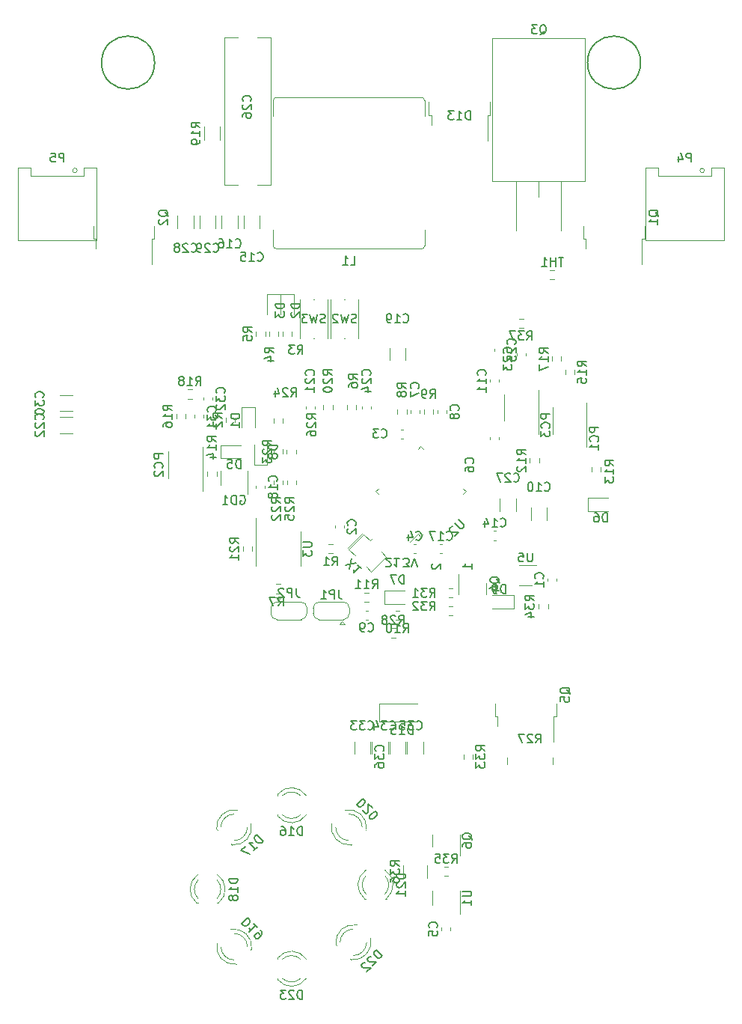
<source format=gbr>
G04 #@! TF.GenerationSoftware,KiCad,Pcbnew,(6.0.8)*
G04 #@! TF.CreationDate,2022-11-30T08:40:48+09:00*
G04 #@! TF.ProjectId,ORION_boost_v3,4f52494f-4e5f-4626-9f6f-73745f76332e,rev?*
G04 #@! TF.SameCoordinates,Original*
G04 #@! TF.FileFunction,Legend,Bot*
G04 #@! TF.FilePolarity,Positive*
%FSLAX46Y46*%
G04 Gerber Fmt 4.6, Leading zero omitted, Abs format (unit mm)*
G04 Created by KiCad (PCBNEW (6.0.8)) date 2022-11-30 08:40:48*
%MOMM*%
%LPD*%
G01*
G04 APERTURE LIST*
%ADD10C,0.150000*%
%ADD11C,0.120000*%
G04 APERTURE END LIST*
D10*
X155500000Y-53000000D02*
G75*
G03*
X155500000Y-53000000I-3000000J0D01*
G01*
X100500000Y-53000000D02*
G75*
G03*
X100500000Y-53000000I-3000000J0D01*
G01*
X131977619Y-109714285D02*
X131930000Y-109761904D01*
X131882380Y-109857142D01*
X131882380Y-110095238D01*
X131930000Y-110190476D01*
X131977619Y-110238095D01*
X132072857Y-110285714D01*
X132168095Y-110285714D01*
X132310952Y-110238095D01*
X132882380Y-109666666D01*
X132882380Y-110285714D01*
X128668095Y-110047619D02*
X129287142Y-110047619D01*
X128953809Y-109666666D01*
X129096666Y-109666666D01*
X129191904Y-109619047D01*
X129239523Y-109571428D01*
X129287142Y-109476190D01*
X129287142Y-109238095D01*
X129239523Y-109142857D01*
X129191904Y-109095238D01*
X129096666Y-109047619D01*
X128810952Y-109047619D01*
X128715714Y-109095238D01*
X128668095Y-109142857D01*
X129572857Y-110047619D02*
X129906190Y-109047619D01*
X130239523Y-110047619D01*
X136382380Y-110285714D02*
X136382380Y-109714285D01*
X136382380Y-110000000D02*
X135382380Y-110000000D01*
X135525238Y-109904761D01*
X135620476Y-109809523D01*
X135668095Y-109714285D01*
X126668095Y-109952380D02*
X126715714Y-110000000D01*
X126810952Y-110047619D01*
X127049047Y-110047619D01*
X127144285Y-110000000D01*
X127191904Y-109952380D01*
X127239523Y-109857142D01*
X127239523Y-109761904D01*
X127191904Y-109619047D01*
X126620476Y-109047619D01*
X127239523Y-109047619D01*
X128191904Y-109047619D02*
X127620476Y-109047619D01*
X127906190Y-109047619D02*
X127906190Y-110047619D01*
X127810952Y-109904761D01*
X127715714Y-109809523D01*
X127620476Y-109761904D01*
X143261904Y-108452380D02*
X143261904Y-109261904D01*
X143214285Y-109357142D01*
X143166666Y-109404761D01*
X143071428Y-109452380D01*
X142880952Y-109452380D01*
X142785714Y-109404761D01*
X142738095Y-109357142D01*
X142690476Y-109261904D01*
X142690476Y-108452380D01*
X141738095Y-108452380D02*
X142214285Y-108452380D01*
X142261904Y-108928571D01*
X142214285Y-108880952D01*
X142119047Y-108833333D01*
X141880952Y-108833333D01*
X141785714Y-108880952D01*
X141738095Y-108928571D01*
X141690476Y-109023809D01*
X141690476Y-109261904D01*
X141738095Y-109357142D01*
X141785714Y-109404761D01*
X141880952Y-109452380D01*
X142119047Y-109452380D01*
X142214285Y-109404761D01*
X142261904Y-109357142D01*
X110122380Y-92761904D02*
X109122380Y-92761904D01*
X109122380Y-93000000D01*
X109170000Y-93142857D01*
X109265238Y-93238095D01*
X109360476Y-93285714D01*
X109550952Y-93333333D01*
X109693809Y-93333333D01*
X109884285Y-93285714D01*
X109979523Y-93238095D01*
X110074761Y-93142857D01*
X110122380Y-93000000D01*
X110122380Y-92761904D01*
X110122380Y-94285714D02*
X110122380Y-93714285D01*
X110122380Y-94000000D02*
X109122380Y-94000000D01*
X109265238Y-93904761D01*
X109360476Y-93809523D01*
X109408095Y-93714285D01*
X128642857Y-117452380D02*
X128976190Y-116976190D01*
X129214285Y-117452380D02*
X129214285Y-116452380D01*
X128833333Y-116452380D01*
X128738095Y-116500000D01*
X128690476Y-116547619D01*
X128642857Y-116642857D01*
X128642857Y-116785714D01*
X128690476Y-116880952D01*
X128738095Y-116928571D01*
X128833333Y-116976190D01*
X129214285Y-116976190D01*
X127690476Y-117452380D02*
X128261904Y-117452380D01*
X127976190Y-117452380D02*
X127976190Y-116452380D01*
X128071428Y-116595238D01*
X128166666Y-116690476D01*
X128261904Y-116738095D01*
X127071428Y-116452380D02*
X126976190Y-116452380D01*
X126880952Y-116500000D01*
X126833333Y-116547619D01*
X126785714Y-116642857D01*
X126738095Y-116833333D01*
X126738095Y-117071428D01*
X126785714Y-117261904D01*
X126833333Y-117357142D01*
X126880952Y-117404761D01*
X126976190Y-117452380D01*
X127071428Y-117452380D01*
X127166666Y-117404761D01*
X127214285Y-117357142D01*
X127261904Y-117261904D01*
X127309523Y-117071428D01*
X127309523Y-116833333D01*
X127261904Y-116642857D01*
X127214285Y-116547619D01*
X127166666Y-116500000D01*
X127071428Y-116452380D01*
X112768012Y-141057822D02*
X112060905Y-140350716D01*
X111892546Y-140519074D01*
X111825203Y-140653761D01*
X111825203Y-140788448D01*
X111858875Y-140889464D01*
X111959890Y-141057822D01*
X112060905Y-141158838D01*
X112229264Y-141259853D01*
X112330279Y-141293525D01*
X112464966Y-141293525D01*
X112599653Y-141226181D01*
X112768012Y-141057822D01*
X111690516Y-142135319D02*
X112094577Y-141731258D01*
X111892546Y-141933288D02*
X111185439Y-141226181D01*
X111353798Y-141259853D01*
X111488485Y-141259853D01*
X111589500Y-141226181D01*
X110747707Y-141663914D02*
X110276302Y-142135319D01*
X111286455Y-142539380D01*
X109642857Y-73857142D02*
X109690476Y-73904761D01*
X109833333Y-73952380D01*
X109928571Y-73952380D01*
X110071428Y-73904761D01*
X110166666Y-73809523D01*
X110214285Y-73714285D01*
X110261904Y-73523809D01*
X110261904Y-73380952D01*
X110214285Y-73190476D01*
X110166666Y-73095238D01*
X110071428Y-73000000D01*
X109928571Y-72952380D01*
X109833333Y-72952380D01*
X109690476Y-73000000D01*
X109642857Y-73047619D01*
X108690476Y-73952380D02*
X109261904Y-73952380D01*
X108976190Y-73952380D02*
X108976190Y-72952380D01*
X109071428Y-73095238D01*
X109166666Y-73190476D01*
X109261904Y-73238095D01*
X107833333Y-72952380D02*
X108023809Y-72952380D01*
X108119047Y-73000000D01*
X108166666Y-73047619D01*
X108261904Y-73190476D01*
X108309523Y-73380952D01*
X108309523Y-73761904D01*
X108261904Y-73857142D01*
X108214285Y-73904761D01*
X108119047Y-73952380D01*
X107928571Y-73952380D01*
X107833333Y-73904761D01*
X107785714Y-73857142D01*
X107738095Y-73761904D01*
X107738095Y-73523809D01*
X107785714Y-73428571D01*
X107833333Y-73380952D01*
X107928571Y-73333333D01*
X108119047Y-73333333D01*
X108214285Y-73380952D01*
X108261904Y-73428571D01*
X108309523Y-73523809D01*
X90238095Y-64252380D02*
X90238095Y-63252380D01*
X89857142Y-63252380D01*
X89761904Y-63300000D01*
X89714285Y-63347619D01*
X89666666Y-63442857D01*
X89666666Y-63585714D01*
X89714285Y-63680952D01*
X89761904Y-63728571D01*
X89857142Y-63776190D01*
X90238095Y-63776190D01*
X88761904Y-63252380D02*
X89238095Y-63252380D01*
X89285714Y-63728571D01*
X89238095Y-63680952D01*
X89142857Y-63633333D01*
X88904761Y-63633333D01*
X88809523Y-63680952D01*
X88761904Y-63728571D01*
X88714285Y-63823809D01*
X88714285Y-64061904D01*
X88761904Y-64157142D01*
X88809523Y-64204761D01*
X88904761Y-64252380D01*
X89142857Y-64252380D01*
X89238095Y-64204761D01*
X89285714Y-64157142D01*
X142642857Y-84382380D02*
X142976190Y-83906190D01*
X143214285Y-84382380D02*
X143214285Y-83382380D01*
X142833333Y-83382380D01*
X142738095Y-83430000D01*
X142690476Y-83477619D01*
X142642857Y-83572857D01*
X142642857Y-83715714D01*
X142690476Y-83810952D01*
X142738095Y-83858571D01*
X142833333Y-83906190D01*
X143214285Y-83906190D01*
X142309523Y-83382380D02*
X141690476Y-83382380D01*
X142023809Y-83763333D01*
X141880952Y-83763333D01*
X141785714Y-83810952D01*
X141738095Y-83858571D01*
X141690476Y-83953809D01*
X141690476Y-84191904D01*
X141738095Y-84287142D01*
X141785714Y-84334761D01*
X141880952Y-84382380D01*
X142166666Y-84382380D01*
X142261904Y-84334761D01*
X142309523Y-84287142D01*
X141357142Y-83382380D02*
X140690476Y-83382380D01*
X141119047Y-84382380D01*
X128642857Y-82332142D02*
X128690476Y-82379761D01*
X128833333Y-82427380D01*
X128928571Y-82427380D01*
X129071428Y-82379761D01*
X129166666Y-82284523D01*
X129214285Y-82189285D01*
X129261904Y-81998809D01*
X129261904Y-81855952D01*
X129214285Y-81665476D01*
X129166666Y-81570238D01*
X129071428Y-81475000D01*
X128928571Y-81427380D01*
X128833333Y-81427380D01*
X128690476Y-81475000D01*
X128642857Y-81522619D01*
X127690476Y-82427380D02*
X128261904Y-82427380D01*
X127976190Y-82427380D02*
X127976190Y-81427380D01*
X128071428Y-81570238D01*
X128166666Y-81665476D01*
X128261904Y-81713095D01*
X127214285Y-82427380D02*
X127023809Y-82427380D01*
X126928571Y-82379761D01*
X126880952Y-82332142D01*
X126785714Y-82189285D01*
X126738095Y-81998809D01*
X126738095Y-81617857D01*
X126785714Y-81522619D01*
X126833333Y-81475000D01*
X126928571Y-81427380D01*
X127119047Y-81427380D01*
X127214285Y-81475000D01*
X127261904Y-81522619D01*
X127309523Y-81617857D01*
X127309523Y-81855952D01*
X127261904Y-81951190D01*
X127214285Y-81998809D01*
X127119047Y-82046428D01*
X126928571Y-82046428D01*
X126833333Y-81998809D01*
X126785714Y-81951190D01*
X126738095Y-81855952D01*
X157547619Y-70404761D02*
X157500000Y-70309523D01*
X157404761Y-70214285D01*
X157261904Y-70071428D01*
X157214285Y-69976190D01*
X157214285Y-69880952D01*
X157452380Y-69928571D02*
X157404761Y-69833333D01*
X157309523Y-69738095D01*
X157119047Y-69690476D01*
X156785714Y-69690476D01*
X156595238Y-69738095D01*
X156500000Y-69833333D01*
X156452380Y-69928571D01*
X156452380Y-70119047D01*
X156500000Y-70214285D01*
X156595238Y-70309523D01*
X156785714Y-70357142D01*
X157119047Y-70357142D01*
X157309523Y-70309523D01*
X157404761Y-70214285D01*
X157452380Y-70119047D01*
X157452380Y-69928571D01*
X157452380Y-71309523D02*
X157452380Y-70738095D01*
X157452380Y-71023809D02*
X156452380Y-71023809D01*
X156595238Y-70928571D01*
X156690476Y-70833333D01*
X156738095Y-70738095D01*
X116533333Y-112452380D02*
X116533333Y-113166666D01*
X116580952Y-113309523D01*
X116676190Y-113404761D01*
X116819047Y-113452380D01*
X116914285Y-113452380D01*
X116057142Y-113452380D02*
X116057142Y-112452380D01*
X115676190Y-112452380D01*
X115580952Y-112500000D01*
X115533333Y-112547619D01*
X115485714Y-112642857D01*
X115485714Y-112785714D01*
X115533333Y-112880952D01*
X115580952Y-112928571D01*
X115676190Y-112976190D01*
X116057142Y-112976190D01*
X115104761Y-112547619D02*
X115057142Y-112500000D01*
X114961904Y-112452380D01*
X114723809Y-112452380D01*
X114628571Y-112500000D01*
X114580952Y-112547619D01*
X114533333Y-112642857D01*
X114533333Y-112738095D01*
X114580952Y-112880952D01*
X115152380Y-113452380D01*
X114533333Y-113452380D01*
X116666666Y-85952380D02*
X117000000Y-85476190D01*
X117238095Y-85952380D02*
X117238095Y-84952380D01*
X116857142Y-84952380D01*
X116761904Y-85000000D01*
X116714285Y-85047619D01*
X116666666Y-85142857D01*
X116666666Y-85285714D01*
X116714285Y-85380952D01*
X116761904Y-85428571D01*
X116857142Y-85476190D01*
X117238095Y-85476190D01*
X116333333Y-84952380D02*
X115714285Y-84952380D01*
X116047619Y-85333333D01*
X115904761Y-85333333D01*
X115809523Y-85380952D01*
X115761904Y-85428571D01*
X115714285Y-85523809D01*
X115714285Y-85761904D01*
X115761904Y-85857142D01*
X115809523Y-85904761D01*
X115904761Y-85952380D01*
X116190476Y-85952380D01*
X116285714Y-85904761D01*
X116333333Y-85857142D01*
X144427142Y-111333333D02*
X144474761Y-111285714D01*
X144522380Y-111142857D01*
X144522380Y-111047619D01*
X144474761Y-110904761D01*
X144379523Y-110809523D01*
X144284285Y-110761904D01*
X144093809Y-110714285D01*
X143950952Y-110714285D01*
X143760476Y-110761904D01*
X143665238Y-110809523D01*
X143570000Y-110904761D01*
X143522380Y-111047619D01*
X143522380Y-111142857D01*
X143570000Y-111285714D01*
X143617619Y-111333333D01*
X144522380Y-112285714D02*
X144522380Y-111714285D01*
X144522380Y-112000000D02*
X143522380Y-112000000D01*
X143665238Y-111904761D01*
X143760476Y-111809523D01*
X143808095Y-111714285D01*
X131666666Y-90952380D02*
X132000000Y-90476190D01*
X132238095Y-90952380D02*
X132238095Y-89952380D01*
X131857142Y-89952380D01*
X131761904Y-90000000D01*
X131714285Y-90047619D01*
X131666666Y-90142857D01*
X131666666Y-90285714D01*
X131714285Y-90380952D01*
X131761904Y-90428571D01*
X131857142Y-90476190D01*
X132238095Y-90476190D01*
X131190476Y-90952380D02*
X131000000Y-90952380D01*
X130904761Y-90904761D01*
X130857142Y-90857142D01*
X130761904Y-90714285D01*
X130714285Y-90523809D01*
X130714285Y-90142857D01*
X130761904Y-90047619D01*
X130809523Y-90000000D01*
X130904761Y-89952380D01*
X131095238Y-89952380D01*
X131190476Y-90000000D01*
X131238095Y-90047619D01*
X131285714Y-90142857D01*
X131285714Y-90380952D01*
X131238095Y-90476190D01*
X131190476Y-90523809D01*
X131095238Y-90571428D01*
X130904761Y-90571428D01*
X130809523Y-90523809D01*
X130761904Y-90476190D01*
X130714285Y-90380952D01*
X142522380Y-97357142D02*
X142046190Y-97023809D01*
X142522380Y-96785714D02*
X141522380Y-96785714D01*
X141522380Y-97166666D01*
X141570000Y-97261904D01*
X141617619Y-97309523D01*
X141712857Y-97357142D01*
X141855714Y-97357142D01*
X141950952Y-97309523D01*
X141998571Y-97261904D01*
X142046190Y-97166666D01*
X142046190Y-96785714D01*
X142522380Y-98309523D02*
X142522380Y-97738095D01*
X142522380Y-98023809D02*
X141522380Y-98023809D01*
X141665238Y-97928571D01*
X141760476Y-97833333D01*
X141808095Y-97738095D01*
X141617619Y-98690476D02*
X141570000Y-98738095D01*
X141522380Y-98833333D01*
X141522380Y-99071428D01*
X141570000Y-99166666D01*
X141617619Y-99214285D01*
X141712857Y-99261904D01*
X141808095Y-99261904D01*
X141950952Y-99214285D01*
X142522380Y-98642857D01*
X142522380Y-99261904D01*
X110189285Y-102000000D02*
X110284523Y-101952380D01*
X110427380Y-101952380D01*
X110570238Y-102000000D01*
X110665476Y-102095238D01*
X110713095Y-102190476D01*
X110760714Y-102380952D01*
X110760714Y-102523809D01*
X110713095Y-102714285D01*
X110665476Y-102809523D01*
X110570238Y-102904761D01*
X110427380Y-102952380D01*
X110332142Y-102952380D01*
X110189285Y-102904761D01*
X110141666Y-102857142D01*
X110141666Y-102523809D01*
X110332142Y-102523809D01*
X109713095Y-102952380D02*
X109713095Y-101952380D01*
X109475000Y-101952380D01*
X109332142Y-102000000D01*
X109236904Y-102095238D01*
X109189285Y-102190476D01*
X109141666Y-102380952D01*
X109141666Y-102523809D01*
X109189285Y-102714285D01*
X109236904Y-102809523D01*
X109332142Y-102904761D01*
X109475000Y-102952380D01*
X109713095Y-102952380D01*
X108189285Y-102952380D02*
X108760714Y-102952380D01*
X108475000Y-102952380D02*
X108475000Y-101952380D01*
X108570238Y-102095238D01*
X108665476Y-102190476D01*
X108760714Y-102238095D01*
X105632380Y-60357142D02*
X105156190Y-60023809D01*
X105632380Y-59785714D02*
X104632380Y-59785714D01*
X104632380Y-60166666D01*
X104680000Y-60261904D01*
X104727619Y-60309523D01*
X104822857Y-60357142D01*
X104965714Y-60357142D01*
X105060952Y-60309523D01*
X105108571Y-60261904D01*
X105156190Y-60166666D01*
X105156190Y-59785714D01*
X105632380Y-61309523D02*
X105632380Y-60738095D01*
X105632380Y-61023809D02*
X104632380Y-61023809D01*
X104775238Y-60928571D01*
X104870476Y-60833333D01*
X104918095Y-60738095D01*
X105632380Y-61785714D02*
X105632380Y-61976190D01*
X105584761Y-62071428D01*
X105537142Y-62119047D01*
X105394285Y-62214285D01*
X105203809Y-62261904D01*
X104822857Y-62261904D01*
X104727619Y-62214285D01*
X104680000Y-62166666D01*
X104632380Y-62071428D01*
X104632380Y-61880952D01*
X104680000Y-61785714D01*
X104727619Y-61738095D01*
X104822857Y-61690476D01*
X105060952Y-61690476D01*
X105156190Y-61738095D01*
X105203809Y-61785714D01*
X105251428Y-61880952D01*
X105251428Y-62071428D01*
X105203809Y-62166666D01*
X105156190Y-62214285D01*
X105060952Y-62261904D01*
X113952380Y-85833333D02*
X113476190Y-85500000D01*
X113952380Y-85261904D02*
X112952380Y-85261904D01*
X112952380Y-85642857D01*
X113000000Y-85738095D01*
X113047619Y-85785714D01*
X113142857Y-85833333D01*
X113285714Y-85833333D01*
X113380952Y-85785714D01*
X113428571Y-85738095D01*
X113476190Y-85642857D01*
X113476190Y-85261904D01*
X113285714Y-86690476D02*
X113952380Y-86690476D01*
X112904761Y-86452380D02*
X113619047Y-86214285D01*
X113619047Y-86833333D01*
X113752380Y-96332142D02*
X113276190Y-95998809D01*
X113752380Y-95760714D02*
X112752380Y-95760714D01*
X112752380Y-96141666D01*
X112800000Y-96236904D01*
X112847619Y-96284523D01*
X112942857Y-96332142D01*
X113085714Y-96332142D01*
X113180952Y-96284523D01*
X113228571Y-96236904D01*
X113276190Y-96141666D01*
X113276190Y-95760714D01*
X112847619Y-96713095D02*
X112800000Y-96760714D01*
X112752380Y-96855952D01*
X112752380Y-97094047D01*
X112800000Y-97189285D01*
X112847619Y-97236904D01*
X112942857Y-97284523D01*
X113038095Y-97284523D01*
X113180952Y-97236904D01*
X113752380Y-96665476D01*
X113752380Y-97284523D01*
X112752380Y-97617857D02*
X112752380Y-98236904D01*
X113133333Y-97903571D01*
X113133333Y-98046428D01*
X113180952Y-98141666D01*
X113228571Y-98189285D01*
X113323809Y-98236904D01*
X113561904Y-98236904D01*
X113657142Y-98189285D01*
X113704761Y-98141666D01*
X113752380Y-98046428D01*
X113752380Y-97760714D01*
X113704761Y-97665476D01*
X113657142Y-97617857D01*
X109912380Y-145290714D02*
X108912380Y-145290714D01*
X108912380Y-145528809D01*
X108960000Y-145671666D01*
X109055238Y-145766904D01*
X109150476Y-145814523D01*
X109340952Y-145862142D01*
X109483809Y-145862142D01*
X109674285Y-145814523D01*
X109769523Y-145766904D01*
X109864761Y-145671666D01*
X109912380Y-145528809D01*
X109912380Y-145290714D01*
X109912380Y-146814523D02*
X109912380Y-146243095D01*
X109912380Y-146528809D02*
X108912380Y-146528809D01*
X109055238Y-146433571D01*
X109150476Y-146338333D01*
X109198095Y-146243095D01*
X109340952Y-147385952D02*
X109293333Y-147290714D01*
X109245714Y-147243095D01*
X109150476Y-147195476D01*
X109102857Y-147195476D01*
X109007619Y-147243095D01*
X108960000Y-147290714D01*
X108912380Y-147385952D01*
X108912380Y-147576428D01*
X108960000Y-147671666D01*
X109007619Y-147719285D01*
X109102857Y-147766904D01*
X109150476Y-147766904D01*
X109245714Y-147719285D01*
X109293333Y-147671666D01*
X109340952Y-147576428D01*
X109340952Y-147385952D01*
X109388571Y-147290714D01*
X109436190Y-147243095D01*
X109531428Y-147195476D01*
X109721904Y-147195476D01*
X109817142Y-147243095D01*
X109864761Y-147290714D01*
X109912380Y-147385952D01*
X109912380Y-147576428D01*
X109864761Y-147671666D01*
X109817142Y-147719285D01*
X109721904Y-147766904D01*
X109531428Y-147766904D01*
X109436190Y-147719285D01*
X109388571Y-147671666D01*
X109340952Y-147576428D01*
X127142857Y-128357142D02*
X127190476Y-128404761D01*
X127333333Y-128452380D01*
X127428571Y-128452380D01*
X127571428Y-128404761D01*
X127666666Y-128309523D01*
X127714285Y-128214285D01*
X127761904Y-128023809D01*
X127761904Y-127880952D01*
X127714285Y-127690476D01*
X127666666Y-127595238D01*
X127571428Y-127500000D01*
X127428571Y-127452380D01*
X127333333Y-127452380D01*
X127190476Y-127500000D01*
X127142857Y-127547619D01*
X126809523Y-127452380D02*
X126190476Y-127452380D01*
X126523809Y-127833333D01*
X126380952Y-127833333D01*
X126285714Y-127880952D01*
X126238095Y-127928571D01*
X126190476Y-128023809D01*
X126190476Y-128261904D01*
X126238095Y-128357142D01*
X126285714Y-128404761D01*
X126380952Y-128452380D01*
X126666666Y-128452380D01*
X126761904Y-128404761D01*
X126809523Y-128357142D01*
X125333333Y-127785714D02*
X125333333Y-128452380D01*
X125571428Y-127404761D02*
X125809523Y-128119047D01*
X125190476Y-128119047D01*
X136532142Y-98333333D02*
X136579761Y-98285714D01*
X136627380Y-98142857D01*
X136627380Y-98047619D01*
X136579761Y-97904761D01*
X136484523Y-97809523D01*
X136389285Y-97761904D01*
X136198809Y-97714285D01*
X136055952Y-97714285D01*
X135865476Y-97761904D01*
X135770238Y-97809523D01*
X135675000Y-97904761D01*
X135627380Y-98047619D01*
X135627380Y-98142857D01*
X135675000Y-98285714D01*
X135722619Y-98333333D01*
X135627380Y-99190476D02*
X135627380Y-99000000D01*
X135675000Y-98904761D01*
X135722619Y-98857142D01*
X135865476Y-98761904D01*
X136055952Y-98714285D01*
X136436904Y-98714285D01*
X136532142Y-98761904D01*
X136579761Y-98809523D01*
X136627380Y-98904761D01*
X136627380Y-99095238D01*
X136579761Y-99190476D01*
X136532142Y-99238095D01*
X136436904Y-99285714D01*
X136198809Y-99285714D01*
X136103571Y-99238095D01*
X136055952Y-99190476D01*
X136008333Y-99095238D01*
X136008333Y-98904761D01*
X136055952Y-98809523D01*
X136103571Y-98761904D01*
X136198809Y-98714285D01*
X145022380Y-85857142D02*
X144546190Y-85523809D01*
X145022380Y-85285714D02*
X144022380Y-85285714D01*
X144022380Y-85666666D01*
X144070000Y-85761904D01*
X144117619Y-85809523D01*
X144212857Y-85857142D01*
X144355714Y-85857142D01*
X144450952Y-85809523D01*
X144498571Y-85761904D01*
X144546190Y-85666666D01*
X144546190Y-85285714D01*
X145022380Y-86809523D02*
X145022380Y-86238095D01*
X145022380Y-86523809D02*
X144022380Y-86523809D01*
X144165238Y-86428571D01*
X144260476Y-86333333D01*
X144308095Y-86238095D01*
X144022380Y-87142857D02*
X144022380Y-87809523D01*
X145022380Y-87380952D01*
X130142857Y-128357142D02*
X130190476Y-128404761D01*
X130333333Y-128452380D01*
X130428571Y-128452380D01*
X130571428Y-128404761D01*
X130666666Y-128309523D01*
X130714285Y-128214285D01*
X130761904Y-128023809D01*
X130761904Y-127880952D01*
X130714285Y-127690476D01*
X130666666Y-127595238D01*
X130571428Y-127500000D01*
X130428571Y-127452380D01*
X130333333Y-127452380D01*
X130190476Y-127500000D01*
X130142857Y-127547619D01*
X129809523Y-127452380D02*
X129190476Y-127452380D01*
X129523809Y-127833333D01*
X129380952Y-127833333D01*
X129285714Y-127880952D01*
X129238095Y-127928571D01*
X129190476Y-128023809D01*
X129190476Y-128261904D01*
X129238095Y-128357142D01*
X129285714Y-128404761D01*
X129380952Y-128452380D01*
X129666666Y-128452380D01*
X129761904Y-128404761D01*
X129809523Y-128357142D01*
X128285714Y-127452380D02*
X128761904Y-127452380D01*
X128809523Y-127928571D01*
X128761904Y-127880952D01*
X128666666Y-127833333D01*
X128428571Y-127833333D01*
X128333333Y-127880952D01*
X128285714Y-127928571D01*
X128238095Y-128023809D01*
X128238095Y-128261904D01*
X128285714Y-128357142D01*
X128333333Y-128404761D01*
X128428571Y-128452380D01*
X128666666Y-128452380D01*
X128761904Y-128404761D01*
X128809523Y-128357142D01*
X114382380Y-96261904D02*
X113382380Y-96261904D01*
X113382380Y-96500000D01*
X113430000Y-96642857D01*
X113525238Y-96738095D01*
X113620476Y-96785714D01*
X113810952Y-96833333D01*
X113953809Y-96833333D01*
X114144285Y-96785714D01*
X114239523Y-96738095D01*
X114334761Y-96642857D01*
X114382380Y-96500000D01*
X114382380Y-96261904D01*
X113810952Y-97404761D02*
X113763333Y-97309523D01*
X113715714Y-97261904D01*
X113620476Y-97214285D01*
X113572857Y-97214285D01*
X113477619Y-97261904D01*
X113430000Y-97309523D01*
X113382380Y-97404761D01*
X113382380Y-97595238D01*
X113430000Y-97690476D01*
X113477619Y-97738095D01*
X113572857Y-97785714D01*
X113620476Y-97785714D01*
X113715714Y-97738095D01*
X113763333Y-97690476D01*
X113810952Y-97595238D01*
X113810952Y-97404761D01*
X113858571Y-97309523D01*
X113906190Y-97261904D01*
X114001428Y-97214285D01*
X114191904Y-97214285D01*
X114287142Y-97261904D01*
X114334761Y-97309523D01*
X114382380Y-97404761D01*
X114382380Y-97595238D01*
X114334761Y-97690476D01*
X114287142Y-97738095D01*
X114191904Y-97785714D01*
X114001428Y-97785714D01*
X113906190Y-97738095D01*
X113858571Y-97690476D01*
X113810952Y-97595238D01*
X107452380Y-95857142D02*
X106976190Y-95523809D01*
X107452380Y-95285714D02*
X106452380Y-95285714D01*
X106452380Y-95666666D01*
X106500000Y-95761904D01*
X106547619Y-95809523D01*
X106642857Y-95857142D01*
X106785714Y-95857142D01*
X106880952Y-95809523D01*
X106928571Y-95761904D01*
X106976190Y-95666666D01*
X106976190Y-95285714D01*
X107452380Y-96809523D02*
X107452380Y-96238095D01*
X107452380Y-96523809D02*
X106452380Y-96523809D01*
X106595238Y-96428571D01*
X106690476Y-96333333D01*
X106738095Y-96238095D01*
X106785714Y-97666666D02*
X107452380Y-97666666D01*
X106404761Y-97428571D02*
X107119047Y-97190476D01*
X107119047Y-97809523D01*
X130357142Y-89833333D02*
X130404761Y-89785714D01*
X130452380Y-89642857D01*
X130452380Y-89547619D01*
X130404761Y-89404761D01*
X130309523Y-89309523D01*
X130214285Y-89261904D01*
X130023809Y-89214285D01*
X129880952Y-89214285D01*
X129690476Y-89261904D01*
X129595238Y-89309523D01*
X129500000Y-89404761D01*
X129452380Y-89547619D01*
X129452380Y-89642857D01*
X129500000Y-89785714D01*
X129547619Y-89833333D01*
X129452380Y-90166666D02*
X129452380Y-90833333D01*
X130452380Y-90404761D01*
X137927142Y-88357142D02*
X137974761Y-88309523D01*
X138022380Y-88166666D01*
X138022380Y-88071428D01*
X137974761Y-87928571D01*
X137879523Y-87833333D01*
X137784285Y-87785714D01*
X137593809Y-87738095D01*
X137450952Y-87738095D01*
X137260476Y-87785714D01*
X137165238Y-87833333D01*
X137070000Y-87928571D01*
X137022380Y-88071428D01*
X137022380Y-88166666D01*
X137070000Y-88309523D01*
X137117619Y-88357142D01*
X138022380Y-89309523D02*
X138022380Y-88738095D01*
X138022380Y-89023809D02*
X137022380Y-89023809D01*
X137165238Y-88928571D01*
X137260476Y-88833333D01*
X137308095Y-88738095D01*
X138022380Y-90261904D02*
X138022380Y-89690476D01*
X138022380Y-89976190D02*
X137022380Y-89976190D01*
X137165238Y-89880952D01*
X137260476Y-89785714D01*
X137308095Y-89690476D01*
X125142857Y-112452380D02*
X125476190Y-111976190D01*
X125714285Y-112452380D02*
X125714285Y-111452380D01*
X125333333Y-111452380D01*
X125238095Y-111500000D01*
X125190476Y-111547619D01*
X125142857Y-111642857D01*
X125142857Y-111785714D01*
X125190476Y-111880952D01*
X125238095Y-111928571D01*
X125333333Y-111976190D01*
X125714285Y-111976190D01*
X124190476Y-112452380D02*
X124761904Y-112452380D01*
X124476190Y-112452380D02*
X124476190Y-111452380D01*
X124571428Y-111595238D01*
X124666666Y-111690476D01*
X124761904Y-111738095D01*
X123238095Y-112452380D02*
X123809523Y-112452380D01*
X123523809Y-112452380D02*
X123523809Y-111452380D01*
X123619047Y-111595238D01*
X123714285Y-111690476D01*
X123809523Y-111738095D01*
X126166666Y-95357142D02*
X126214285Y-95404761D01*
X126357142Y-95452380D01*
X126452380Y-95452380D01*
X126595238Y-95404761D01*
X126690476Y-95309523D01*
X126738095Y-95214285D01*
X126785714Y-95023809D01*
X126785714Y-94880952D01*
X126738095Y-94690476D01*
X126690476Y-94595238D01*
X126595238Y-94500000D01*
X126452380Y-94452380D01*
X126357142Y-94452380D01*
X126214285Y-94500000D01*
X126166666Y-94547619D01*
X125833333Y-94452380D02*
X125214285Y-94452380D01*
X125547619Y-94833333D01*
X125404761Y-94833333D01*
X125309523Y-94880952D01*
X125261904Y-94928571D01*
X125214285Y-95023809D01*
X125214285Y-95261904D01*
X125261904Y-95357142D01*
X125309523Y-95404761D01*
X125404761Y-95452380D01*
X125690476Y-95452380D01*
X125785714Y-95404761D01*
X125833333Y-95357142D01*
X128142857Y-116522380D02*
X128476190Y-116046190D01*
X128714285Y-116522380D02*
X128714285Y-115522380D01*
X128333333Y-115522380D01*
X128238095Y-115570000D01*
X128190476Y-115617619D01*
X128142857Y-115712857D01*
X128142857Y-115855714D01*
X128190476Y-115950952D01*
X128238095Y-115998571D01*
X128333333Y-116046190D01*
X128714285Y-116046190D01*
X127761904Y-115617619D02*
X127714285Y-115570000D01*
X127619047Y-115522380D01*
X127380952Y-115522380D01*
X127285714Y-115570000D01*
X127238095Y-115617619D01*
X127190476Y-115712857D01*
X127190476Y-115808095D01*
X127238095Y-115950952D01*
X127809523Y-116522380D01*
X127190476Y-116522380D01*
X126619047Y-115950952D02*
X126714285Y-115903333D01*
X126761904Y-115855714D01*
X126809523Y-115760476D01*
X126809523Y-115712857D01*
X126761904Y-115617619D01*
X126714285Y-115570000D01*
X126619047Y-115522380D01*
X126428571Y-115522380D01*
X126333333Y-115570000D01*
X126285714Y-115617619D01*
X126238095Y-115712857D01*
X126238095Y-115760476D01*
X126285714Y-115855714D01*
X126333333Y-115903333D01*
X126428571Y-115950952D01*
X126619047Y-115950952D01*
X126714285Y-115998571D01*
X126761904Y-116046190D01*
X126809523Y-116141428D01*
X126809523Y-116331904D01*
X126761904Y-116427142D01*
X126714285Y-116474761D01*
X126619047Y-116522380D01*
X126428571Y-116522380D01*
X126333333Y-116474761D01*
X126285714Y-116427142D01*
X126238095Y-116331904D01*
X126238095Y-116141428D01*
X126285714Y-116046190D01*
X126333333Y-115998571D01*
X126428571Y-115950952D01*
X102047619Y-70404761D02*
X102000000Y-70309523D01*
X101904761Y-70214285D01*
X101761904Y-70071428D01*
X101714285Y-69976190D01*
X101714285Y-69880952D01*
X101952380Y-69928571D02*
X101904761Y-69833333D01*
X101809523Y-69738095D01*
X101619047Y-69690476D01*
X101285714Y-69690476D01*
X101095238Y-69738095D01*
X101000000Y-69833333D01*
X100952380Y-69928571D01*
X100952380Y-70119047D01*
X101000000Y-70214285D01*
X101095238Y-70309523D01*
X101285714Y-70357142D01*
X101619047Y-70357142D01*
X101809523Y-70309523D01*
X101904761Y-70214285D01*
X101952380Y-70119047D01*
X101952380Y-69928571D01*
X101047619Y-70738095D02*
X101000000Y-70785714D01*
X100952380Y-70880952D01*
X100952380Y-71119047D01*
X101000000Y-71214285D01*
X101047619Y-71261904D01*
X101142857Y-71309523D01*
X101238095Y-71309523D01*
X101380952Y-71261904D01*
X101952380Y-70690476D01*
X101952380Y-71309523D01*
X131642857Y-114952380D02*
X131976190Y-114476190D01*
X132214285Y-114952380D02*
X132214285Y-113952380D01*
X131833333Y-113952380D01*
X131738095Y-114000000D01*
X131690476Y-114047619D01*
X131642857Y-114142857D01*
X131642857Y-114285714D01*
X131690476Y-114380952D01*
X131738095Y-114428571D01*
X131833333Y-114476190D01*
X132214285Y-114476190D01*
X131309523Y-113952380D02*
X130690476Y-113952380D01*
X131023809Y-114333333D01*
X130880952Y-114333333D01*
X130785714Y-114380952D01*
X130738095Y-114428571D01*
X130690476Y-114523809D01*
X130690476Y-114761904D01*
X130738095Y-114857142D01*
X130785714Y-114904761D01*
X130880952Y-114952380D01*
X131166666Y-114952380D01*
X131261904Y-114904761D01*
X131309523Y-114857142D01*
X130309523Y-114047619D02*
X130261904Y-114000000D01*
X130166666Y-113952380D01*
X129928571Y-113952380D01*
X129833333Y-114000000D01*
X129785714Y-114047619D01*
X129738095Y-114142857D01*
X129738095Y-114238095D01*
X129785714Y-114380952D01*
X130357142Y-114952380D01*
X129738095Y-114952380D01*
X126268012Y-154057822D02*
X125560905Y-153350716D01*
X125392546Y-153519074D01*
X125325203Y-153653761D01*
X125325203Y-153788448D01*
X125358875Y-153889464D01*
X125459890Y-154057822D01*
X125560905Y-154158838D01*
X125729264Y-154259853D01*
X125830279Y-154293525D01*
X125964966Y-154293525D01*
X126099653Y-154226181D01*
X126268012Y-154057822D01*
X124954813Y-154091494D02*
X124887470Y-154091494D01*
X124786455Y-154125166D01*
X124618096Y-154293525D01*
X124584424Y-154394540D01*
X124584424Y-154461883D01*
X124618096Y-154562899D01*
X124685439Y-154630242D01*
X124820126Y-154697586D01*
X125628249Y-154697586D01*
X125190516Y-155135319D01*
X124281378Y-154764929D02*
X124214035Y-154764929D01*
X124113020Y-154798601D01*
X123944661Y-154966960D01*
X123910989Y-155067975D01*
X123910989Y-155135319D01*
X123944661Y-155236334D01*
X124012004Y-155303677D01*
X124146691Y-155371021D01*
X124954813Y-155371021D01*
X124517081Y-155808754D01*
X111522380Y-83508333D02*
X111046190Y-83175000D01*
X111522380Y-82936904D02*
X110522380Y-82936904D01*
X110522380Y-83317857D01*
X110570000Y-83413095D01*
X110617619Y-83460714D01*
X110712857Y-83508333D01*
X110855714Y-83508333D01*
X110950952Y-83460714D01*
X110998571Y-83413095D01*
X111046190Y-83317857D01*
X111046190Y-82936904D01*
X110522380Y-84413095D02*
X110522380Y-83936904D01*
X110998571Y-83889285D01*
X110950952Y-83936904D01*
X110903333Y-84032142D01*
X110903333Y-84270238D01*
X110950952Y-84365476D01*
X110998571Y-84413095D01*
X111093809Y-84460714D01*
X111331904Y-84460714D01*
X111427142Y-84413095D01*
X111474761Y-84365476D01*
X111522380Y-84270238D01*
X111522380Y-84032142D01*
X111474761Y-83936904D01*
X111427142Y-83889285D01*
X116252380Y-102832142D02*
X115776190Y-102498809D01*
X116252380Y-102260714D02*
X115252380Y-102260714D01*
X115252380Y-102641666D01*
X115300000Y-102736904D01*
X115347619Y-102784523D01*
X115442857Y-102832142D01*
X115585714Y-102832142D01*
X115680952Y-102784523D01*
X115728571Y-102736904D01*
X115776190Y-102641666D01*
X115776190Y-102260714D01*
X115347619Y-103213095D02*
X115300000Y-103260714D01*
X115252380Y-103355952D01*
X115252380Y-103594047D01*
X115300000Y-103689285D01*
X115347619Y-103736904D01*
X115442857Y-103784523D01*
X115538095Y-103784523D01*
X115680952Y-103736904D01*
X116252380Y-103165476D01*
X116252380Y-103784523D01*
X115252380Y-104689285D02*
X115252380Y-104213095D01*
X115728571Y-104165476D01*
X115680952Y-104213095D01*
X115633333Y-104308333D01*
X115633333Y-104546428D01*
X115680952Y-104641666D01*
X115728571Y-104689285D01*
X115823809Y-104736904D01*
X116061904Y-104736904D01*
X116157142Y-104689285D01*
X116204761Y-104641666D01*
X116252380Y-104546428D01*
X116252380Y-104308333D01*
X116204761Y-104213095D01*
X116157142Y-104165476D01*
X124666666Y-117287142D02*
X124714285Y-117334761D01*
X124857142Y-117382380D01*
X124952380Y-117382380D01*
X125095238Y-117334761D01*
X125190476Y-117239523D01*
X125238095Y-117144285D01*
X125285714Y-116953809D01*
X125285714Y-116810952D01*
X125238095Y-116620476D01*
X125190476Y-116525238D01*
X125095238Y-116430000D01*
X124952380Y-116382380D01*
X124857142Y-116382380D01*
X124714285Y-116430000D01*
X124666666Y-116477619D01*
X124190476Y-117382380D02*
X124000000Y-117382380D01*
X123904761Y-117334761D01*
X123857142Y-117287142D01*
X123761904Y-117144285D01*
X123714285Y-116953809D01*
X123714285Y-116572857D01*
X123761904Y-116477619D01*
X123809523Y-116430000D01*
X123904761Y-116382380D01*
X124095238Y-116382380D01*
X124190476Y-116430000D01*
X124238095Y-116477619D01*
X124285714Y-116572857D01*
X124285714Y-116810952D01*
X124238095Y-116906190D01*
X124190476Y-116953809D01*
X124095238Y-117001428D01*
X123904761Y-117001428D01*
X123809523Y-116953809D01*
X123761904Y-116906190D01*
X123714285Y-116810952D01*
X141287142Y-84857142D02*
X141334761Y-84809523D01*
X141382380Y-84666666D01*
X141382380Y-84571428D01*
X141334761Y-84428571D01*
X141239523Y-84333333D01*
X141144285Y-84285714D01*
X140953809Y-84238095D01*
X140810952Y-84238095D01*
X140620476Y-84285714D01*
X140525238Y-84333333D01*
X140430000Y-84428571D01*
X140382380Y-84571428D01*
X140382380Y-84666666D01*
X140430000Y-84809523D01*
X140477619Y-84857142D01*
X140477619Y-85238095D02*
X140430000Y-85285714D01*
X140382380Y-85380952D01*
X140382380Y-85619047D01*
X140430000Y-85714285D01*
X140477619Y-85761904D01*
X140572857Y-85809523D01*
X140668095Y-85809523D01*
X140810952Y-85761904D01*
X141382380Y-85190476D01*
X141382380Y-85809523D01*
X140382380Y-86714285D02*
X140382380Y-86238095D01*
X140858571Y-86190476D01*
X140810952Y-86238095D01*
X140763333Y-86333333D01*
X140763333Y-86571428D01*
X140810952Y-86666666D01*
X140858571Y-86714285D01*
X140953809Y-86761904D01*
X141191904Y-86761904D01*
X141287142Y-86714285D01*
X141334761Y-86666666D01*
X141382380Y-86571428D01*
X141382380Y-86333333D01*
X141334761Y-86238095D01*
X141287142Y-86190476D01*
X134893097Y-104710601D02*
X135465517Y-105283021D01*
X135499189Y-105384036D01*
X135499189Y-105451380D01*
X135465517Y-105552395D01*
X135330830Y-105687082D01*
X135229815Y-105720754D01*
X135162471Y-105720754D01*
X135061456Y-105687082D01*
X134489036Y-105114662D01*
X134253334Y-105485052D02*
X134185991Y-105485052D01*
X134084975Y-105518723D01*
X133916617Y-105687082D01*
X133882945Y-105788097D01*
X133882945Y-105855441D01*
X133916617Y-105956456D01*
X133983960Y-106023800D01*
X134118647Y-106091143D01*
X134926769Y-106091143D01*
X134489036Y-106528876D01*
X130096666Y-106927142D02*
X130144285Y-106974761D01*
X130287142Y-107022380D01*
X130382380Y-107022380D01*
X130525238Y-106974761D01*
X130620476Y-106879523D01*
X130668095Y-106784285D01*
X130715714Y-106593809D01*
X130715714Y-106450952D01*
X130668095Y-106260476D01*
X130620476Y-106165238D01*
X130525238Y-106070000D01*
X130382380Y-106022380D01*
X130287142Y-106022380D01*
X130144285Y-106070000D01*
X130096666Y-106117619D01*
X129239523Y-106355714D02*
X129239523Y-107022380D01*
X129477619Y-105974761D02*
X129715714Y-106689047D01*
X129096666Y-106689047D01*
X122095355Y-109814805D02*
X123273866Y-109579103D01*
X122566759Y-110286209D02*
X122802461Y-109107698D01*
X123913629Y-110218866D02*
X123509568Y-109814805D01*
X123711599Y-110016835D02*
X123004492Y-110723942D01*
X123038164Y-110555583D01*
X123038164Y-110420896D01*
X123004492Y-110319881D01*
X135352380Y-146738095D02*
X136161904Y-146738095D01*
X136257142Y-146785714D01*
X136304761Y-146833333D01*
X136352380Y-146928571D01*
X136352380Y-147119047D01*
X136304761Y-147214285D01*
X136257142Y-147261904D01*
X136161904Y-147309523D01*
X135352380Y-147309523D01*
X136352380Y-148309523D02*
X136352380Y-147738095D01*
X136352380Y-148023809D02*
X135352380Y-148023809D01*
X135495238Y-147928571D01*
X135590476Y-147833333D01*
X135638095Y-147738095D01*
X151738095Y-104952380D02*
X151738095Y-103952380D01*
X151500000Y-103952380D01*
X151357142Y-104000000D01*
X151261904Y-104095238D01*
X151214285Y-104190476D01*
X151166666Y-104380952D01*
X151166666Y-104523809D01*
X151214285Y-104714285D01*
X151261904Y-104809523D01*
X151357142Y-104904761D01*
X151500000Y-104952380D01*
X151738095Y-104952380D01*
X150309523Y-103952380D02*
X150500000Y-103952380D01*
X150595238Y-104000000D01*
X150642857Y-104047619D01*
X150738095Y-104190476D01*
X150785714Y-104380952D01*
X150785714Y-104761904D01*
X150738095Y-104857142D01*
X150690476Y-104904761D01*
X150595238Y-104952380D01*
X150404761Y-104952380D01*
X150309523Y-104904761D01*
X150261904Y-104857142D01*
X150214285Y-104761904D01*
X150214285Y-104523809D01*
X150261904Y-104428571D01*
X150309523Y-104380952D01*
X150404761Y-104333333D01*
X150595238Y-104333333D01*
X150690476Y-104380952D01*
X150738095Y-104428571D01*
X150785714Y-104523809D01*
X141142857Y-100357142D02*
X141190476Y-100404761D01*
X141333333Y-100452380D01*
X141428571Y-100452380D01*
X141571428Y-100404761D01*
X141666666Y-100309523D01*
X141714285Y-100214285D01*
X141761904Y-100023809D01*
X141761904Y-99880952D01*
X141714285Y-99690476D01*
X141666666Y-99595238D01*
X141571428Y-99500000D01*
X141428571Y-99452380D01*
X141333333Y-99452380D01*
X141190476Y-99500000D01*
X141142857Y-99547619D01*
X140761904Y-99547619D02*
X140714285Y-99500000D01*
X140619047Y-99452380D01*
X140380952Y-99452380D01*
X140285714Y-99500000D01*
X140238095Y-99547619D01*
X140190476Y-99642857D01*
X140190476Y-99738095D01*
X140238095Y-99880952D01*
X140809523Y-100452380D01*
X140190476Y-100452380D01*
X139857142Y-99452380D02*
X139190476Y-99452380D01*
X139619047Y-100452380D01*
X101452380Y-97261904D02*
X100452380Y-97261904D01*
X100452380Y-97642857D01*
X100500000Y-97738095D01*
X100547619Y-97785714D01*
X100642857Y-97833333D01*
X100785714Y-97833333D01*
X100880952Y-97785714D01*
X100928571Y-97738095D01*
X100976190Y-97642857D01*
X100976190Y-97261904D01*
X101357142Y-98833333D02*
X101404761Y-98785714D01*
X101452380Y-98642857D01*
X101452380Y-98547619D01*
X101404761Y-98404761D01*
X101309523Y-98309523D01*
X101214285Y-98261904D01*
X101023809Y-98214285D01*
X100880952Y-98214285D01*
X100690476Y-98261904D01*
X100595238Y-98309523D01*
X100500000Y-98404761D01*
X100452380Y-98547619D01*
X100452380Y-98642857D01*
X100500000Y-98785714D01*
X100547619Y-98833333D01*
X100547619Y-99214285D02*
X100500000Y-99261904D01*
X100452380Y-99357142D01*
X100452380Y-99595238D01*
X100500000Y-99690476D01*
X100547619Y-99738095D01*
X100642857Y-99785714D01*
X100738095Y-99785714D01*
X100880952Y-99738095D01*
X101452380Y-99166666D01*
X101452380Y-99785714D01*
X114752380Y-102832142D02*
X114276190Y-102498809D01*
X114752380Y-102260714D02*
X113752380Y-102260714D01*
X113752380Y-102641666D01*
X113800000Y-102736904D01*
X113847619Y-102784523D01*
X113942857Y-102832142D01*
X114085714Y-102832142D01*
X114180952Y-102784523D01*
X114228571Y-102736904D01*
X114276190Y-102641666D01*
X114276190Y-102260714D01*
X113847619Y-103213095D02*
X113800000Y-103260714D01*
X113752380Y-103355952D01*
X113752380Y-103594047D01*
X113800000Y-103689285D01*
X113847619Y-103736904D01*
X113942857Y-103784523D01*
X114038095Y-103784523D01*
X114180952Y-103736904D01*
X114752380Y-103165476D01*
X114752380Y-103784523D01*
X113847619Y-104165476D02*
X113800000Y-104213095D01*
X113752380Y-104308333D01*
X113752380Y-104546428D01*
X113800000Y-104641666D01*
X113847619Y-104689285D01*
X113942857Y-104736904D01*
X114038095Y-104736904D01*
X114180952Y-104689285D01*
X114752380Y-104117857D01*
X114752380Y-104736904D01*
X128172380Y-143857142D02*
X127696190Y-143523809D01*
X128172380Y-143285714D02*
X127172380Y-143285714D01*
X127172380Y-143666666D01*
X127220000Y-143761904D01*
X127267619Y-143809523D01*
X127362857Y-143857142D01*
X127505714Y-143857142D01*
X127600952Y-143809523D01*
X127648571Y-143761904D01*
X127696190Y-143666666D01*
X127696190Y-143285714D01*
X127172380Y-144190476D02*
X127172380Y-144809523D01*
X127553333Y-144476190D01*
X127553333Y-144619047D01*
X127600952Y-144714285D01*
X127648571Y-144761904D01*
X127743809Y-144809523D01*
X127981904Y-144809523D01*
X128077142Y-144761904D01*
X128124761Y-144714285D01*
X128172380Y-144619047D01*
X128172380Y-144333333D01*
X128124761Y-144238095D01*
X128077142Y-144190476D01*
X127172380Y-145666666D02*
X127172380Y-145476190D01*
X127220000Y-145380952D01*
X127267619Y-145333333D01*
X127410476Y-145238095D01*
X127600952Y-145190476D01*
X127981904Y-145190476D01*
X128077142Y-145238095D01*
X128124761Y-145285714D01*
X128172380Y-145380952D01*
X128172380Y-145571428D01*
X128124761Y-145666666D01*
X128077142Y-145714285D01*
X127981904Y-145761904D01*
X127743809Y-145761904D01*
X127648571Y-145714285D01*
X127600952Y-145666666D01*
X127553333Y-145571428D01*
X127553333Y-145380952D01*
X127600952Y-145285714D01*
X127648571Y-145238095D01*
X127743809Y-145190476D01*
X118482142Y-88357142D02*
X118529761Y-88309523D01*
X118577380Y-88166666D01*
X118577380Y-88071428D01*
X118529761Y-87928571D01*
X118434523Y-87833333D01*
X118339285Y-87785714D01*
X118148809Y-87738095D01*
X118005952Y-87738095D01*
X117815476Y-87785714D01*
X117720238Y-87833333D01*
X117625000Y-87928571D01*
X117577380Y-88071428D01*
X117577380Y-88166666D01*
X117625000Y-88309523D01*
X117672619Y-88357142D01*
X117672619Y-88738095D02*
X117625000Y-88785714D01*
X117577380Y-88880952D01*
X117577380Y-89119047D01*
X117625000Y-89214285D01*
X117672619Y-89261904D01*
X117767857Y-89309523D01*
X117863095Y-89309523D01*
X118005952Y-89261904D01*
X118577380Y-88690476D01*
X118577380Y-89309523D01*
X118577380Y-90261904D02*
X118577380Y-89690476D01*
X118577380Y-89976190D02*
X117577380Y-89976190D01*
X117720238Y-89880952D01*
X117815476Y-89785714D01*
X117863095Y-89690476D01*
X134142857Y-143522380D02*
X134476190Y-143046190D01*
X134714285Y-143522380D02*
X134714285Y-142522380D01*
X134333333Y-142522380D01*
X134238095Y-142570000D01*
X134190476Y-142617619D01*
X134142857Y-142712857D01*
X134142857Y-142855714D01*
X134190476Y-142950952D01*
X134238095Y-142998571D01*
X134333333Y-143046190D01*
X134714285Y-143046190D01*
X133809523Y-142522380D02*
X133190476Y-142522380D01*
X133523809Y-142903333D01*
X133380952Y-142903333D01*
X133285714Y-142950952D01*
X133238095Y-142998571D01*
X133190476Y-143093809D01*
X133190476Y-143331904D01*
X133238095Y-143427142D01*
X133285714Y-143474761D01*
X133380952Y-143522380D01*
X133666666Y-143522380D01*
X133761904Y-143474761D01*
X133809523Y-143427142D01*
X132285714Y-142522380D02*
X132761904Y-142522380D01*
X132809523Y-142998571D01*
X132761904Y-142950952D01*
X132666666Y-142903333D01*
X132428571Y-142903333D01*
X132333333Y-142950952D01*
X132285714Y-142998571D01*
X132238095Y-143093809D01*
X132238095Y-143331904D01*
X132285714Y-143427142D01*
X132333333Y-143474761D01*
X132428571Y-143522380D01*
X132666666Y-143522380D01*
X132761904Y-143474761D01*
X132809523Y-143427142D01*
X144642857Y-101382142D02*
X144690476Y-101429761D01*
X144833333Y-101477380D01*
X144928571Y-101477380D01*
X145071428Y-101429761D01*
X145166666Y-101334523D01*
X145214285Y-101239285D01*
X145261904Y-101048809D01*
X145261904Y-100905952D01*
X145214285Y-100715476D01*
X145166666Y-100620238D01*
X145071428Y-100525000D01*
X144928571Y-100477380D01*
X144833333Y-100477380D01*
X144690476Y-100525000D01*
X144642857Y-100572619D01*
X143690476Y-101477380D02*
X144261904Y-101477380D01*
X143976190Y-101477380D02*
X143976190Y-100477380D01*
X144071428Y-100620238D01*
X144166666Y-100715476D01*
X144261904Y-100763095D01*
X143071428Y-100477380D02*
X142976190Y-100477380D01*
X142880952Y-100525000D01*
X142833333Y-100572619D01*
X142785714Y-100667857D01*
X142738095Y-100858333D01*
X142738095Y-101096428D01*
X142785714Y-101286904D01*
X142833333Y-101382142D01*
X142880952Y-101429761D01*
X142976190Y-101477380D01*
X143071428Y-101477380D01*
X143166666Y-101429761D01*
X143214285Y-101382142D01*
X143261904Y-101286904D01*
X143309523Y-101096428D01*
X143309523Y-100858333D01*
X143261904Y-100667857D01*
X143214285Y-100572619D01*
X143166666Y-100525000D01*
X143071428Y-100477380D01*
X105142857Y-89522380D02*
X105476190Y-89046190D01*
X105714285Y-89522380D02*
X105714285Y-88522380D01*
X105333333Y-88522380D01*
X105238095Y-88570000D01*
X105190476Y-88617619D01*
X105142857Y-88712857D01*
X105142857Y-88855714D01*
X105190476Y-88950952D01*
X105238095Y-88998571D01*
X105333333Y-89046190D01*
X105714285Y-89046190D01*
X104190476Y-89522380D02*
X104761904Y-89522380D01*
X104476190Y-89522380D02*
X104476190Y-88522380D01*
X104571428Y-88665238D01*
X104666666Y-88760476D01*
X104761904Y-88808095D01*
X103619047Y-88950952D02*
X103714285Y-88903333D01*
X103761904Y-88855714D01*
X103809523Y-88760476D01*
X103809523Y-88712857D01*
X103761904Y-88617619D01*
X103714285Y-88570000D01*
X103619047Y-88522380D01*
X103428571Y-88522380D01*
X103333333Y-88570000D01*
X103285714Y-88617619D01*
X103238095Y-88712857D01*
X103238095Y-88760476D01*
X103285714Y-88855714D01*
X103333333Y-88903333D01*
X103428571Y-88950952D01*
X103619047Y-88950952D01*
X103714285Y-88998571D01*
X103761904Y-89046190D01*
X103809523Y-89141428D01*
X103809523Y-89331904D01*
X103761904Y-89427142D01*
X103714285Y-89474761D01*
X103619047Y-89522380D01*
X103428571Y-89522380D01*
X103333333Y-89474761D01*
X103285714Y-89427142D01*
X103238095Y-89331904D01*
X103238095Y-89141428D01*
X103285714Y-89046190D01*
X103333333Y-88998571D01*
X103428571Y-88950952D01*
X140238095Y-113022380D02*
X140238095Y-112022380D01*
X140000000Y-112022380D01*
X139857142Y-112070000D01*
X139761904Y-112165238D01*
X139714285Y-112260476D01*
X139666666Y-112450952D01*
X139666666Y-112593809D01*
X139714285Y-112784285D01*
X139761904Y-112879523D01*
X139857142Y-112974761D01*
X140000000Y-113022380D01*
X140238095Y-113022380D01*
X139190476Y-113022380D02*
X139000000Y-113022380D01*
X138904761Y-112974761D01*
X138857142Y-112927142D01*
X138761904Y-112784285D01*
X138714285Y-112593809D01*
X138714285Y-112212857D01*
X138761904Y-112117619D01*
X138809523Y-112070000D01*
X138904761Y-112022380D01*
X139095238Y-112022380D01*
X139190476Y-112070000D01*
X139238095Y-112117619D01*
X139285714Y-112212857D01*
X139285714Y-112450952D01*
X139238095Y-112546190D01*
X139190476Y-112593809D01*
X139095238Y-112641428D01*
X138904761Y-112641428D01*
X138809523Y-112593809D01*
X138761904Y-112546190D01*
X138714285Y-112450952D01*
X134857142Y-92333333D02*
X134904761Y-92285714D01*
X134952380Y-92142857D01*
X134952380Y-92047619D01*
X134904761Y-91904761D01*
X134809523Y-91809523D01*
X134714285Y-91761904D01*
X134523809Y-91714285D01*
X134380952Y-91714285D01*
X134190476Y-91761904D01*
X134095238Y-91809523D01*
X134000000Y-91904761D01*
X133952380Y-92047619D01*
X133952380Y-92142857D01*
X134000000Y-92285714D01*
X134047619Y-92333333D01*
X134380952Y-92904761D02*
X134333333Y-92809523D01*
X134285714Y-92761904D01*
X134190476Y-92714285D01*
X134142857Y-92714285D01*
X134047619Y-92761904D01*
X134000000Y-92809523D01*
X133952380Y-92904761D01*
X133952380Y-93095238D01*
X134000000Y-93190476D01*
X134047619Y-93238095D01*
X134142857Y-93285714D01*
X134190476Y-93285714D01*
X134285714Y-93238095D01*
X134333333Y-93190476D01*
X134380952Y-93095238D01*
X134380952Y-92904761D01*
X134428571Y-92809523D01*
X134476190Y-92761904D01*
X134571428Y-92714285D01*
X134761904Y-92714285D01*
X134857142Y-92761904D01*
X134904761Y-92809523D01*
X134952380Y-92904761D01*
X134952380Y-93095238D01*
X134904761Y-93190476D01*
X134857142Y-93238095D01*
X134761904Y-93285714D01*
X134571428Y-93285714D01*
X134476190Y-93238095D01*
X134428571Y-93190476D01*
X134380952Y-93095238D01*
X144095238Y-49827619D02*
X144190476Y-49780000D01*
X144285714Y-49684761D01*
X144428571Y-49541904D01*
X144523809Y-49494285D01*
X144619047Y-49494285D01*
X144571428Y-49732380D02*
X144666666Y-49684761D01*
X144761904Y-49589523D01*
X144809523Y-49399047D01*
X144809523Y-49065714D01*
X144761904Y-48875238D01*
X144666666Y-48780000D01*
X144571428Y-48732380D01*
X144380952Y-48732380D01*
X144285714Y-48780000D01*
X144190476Y-48875238D01*
X144142857Y-49065714D01*
X144142857Y-49399047D01*
X144190476Y-49589523D01*
X144285714Y-49684761D01*
X144380952Y-49732380D01*
X144571428Y-49732380D01*
X143809523Y-48732380D02*
X143190476Y-48732380D01*
X143523809Y-49113333D01*
X143380952Y-49113333D01*
X143285714Y-49160952D01*
X143238095Y-49208571D01*
X143190476Y-49303809D01*
X143190476Y-49541904D01*
X143238095Y-49637142D01*
X143285714Y-49684761D01*
X143380952Y-49732380D01*
X143666666Y-49732380D01*
X143761904Y-49684761D01*
X143809523Y-49637142D01*
X139547619Y-111904761D02*
X139500000Y-111809523D01*
X139404761Y-111714285D01*
X139261904Y-111571428D01*
X139214285Y-111476190D01*
X139214285Y-111380952D01*
X139452380Y-111428571D02*
X139404761Y-111333333D01*
X139309523Y-111238095D01*
X139119047Y-111190476D01*
X138785714Y-111190476D01*
X138595238Y-111238095D01*
X138500000Y-111333333D01*
X138452380Y-111428571D01*
X138452380Y-111619047D01*
X138500000Y-111714285D01*
X138595238Y-111809523D01*
X138785714Y-111857142D01*
X139119047Y-111857142D01*
X139309523Y-111809523D01*
X139404761Y-111714285D01*
X139452380Y-111619047D01*
X139452380Y-111428571D01*
X138785714Y-112714285D02*
X139452380Y-112714285D01*
X138404761Y-112476190D02*
X139119047Y-112238095D01*
X139119047Y-112857142D01*
X117209285Y-140412380D02*
X117209285Y-139412380D01*
X116971190Y-139412380D01*
X116828333Y-139460000D01*
X116733095Y-139555238D01*
X116685476Y-139650476D01*
X116637857Y-139840952D01*
X116637857Y-139983809D01*
X116685476Y-140174285D01*
X116733095Y-140269523D01*
X116828333Y-140364761D01*
X116971190Y-140412380D01*
X117209285Y-140412380D01*
X115685476Y-140412380D02*
X116256904Y-140412380D01*
X115971190Y-140412380D02*
X115971190Y-139412380D01*
X116066428Y-139555238D01*
X116161666Y-139650476D01*
X116256904Y-139698095D01*
X114828333Y-139412380D02*
X115018809Y-139412380D01*
X115114047Y-139460000D01*
X115161666Y-139507619D01*
X115256904Y-139650476D01*
X115304523Y-139840952D01*
X115304523Y-140221904D01*
X115256904Y-140317142D01*
X115209285Y-140364761D01*
X115114047Y-140412380D01*
X114923571Y-140412380D01*
X114828333Y-140364761D01*
X114780714Y-140317142D01*
X114733095Y-140221904D01*
X114733095Y-139983809D01*
X114780714Y-139888571D01*
X114828333Y-139840952D01*
X114923571Y-139793333D01*
X115114047Y-139793333D01*
X115209285Y-139840952D01*
X115256904Y-139888571D01*
X115304523Y-139983809D01*
X128952380Y-89833333D02*
X128476190Y-89500000D01*
X128952380Y-89261904D02*
X127952380Y-89261904D01*
X127952380Y-89642857D01*
X128000000Y-89738095D01*
X128047619Y-89785714D01*
X128142857Y-89833333D01*
X128285714Y-89833333D01*
X128380952Y-89785714D01*
X128428571Y-89738095D01*
X128476190Y-89642857D01*
X128476190Y-89261904D01*
X128380952Y-90404761D02*
X128333333Y-90309523D01*
X128285714Y-90261904D01*
X128190476Y-90214285D01*
X128142857Y-90214285D01*
X128047619Y-90261904D01*
X128000000Y-90309523D01*
X127952380Y-90404761D01*
X127952380Y-90595238D01*
X128000000Y-90690476D01*
X128047619Y-90738095D01*
X128142857Y-90785714D01*
X128190476Y-90785714D01*
X128285714Y-90738095D01*
X128333333Y-90690476D01*
X128380952Y-90595238D01*
X128380952Y-90404761D01*
X128428571Y-90309523D01*
X128476190Y-90261904D01*
X128571428Y-90214285D01*
X128761904Y-90214285D01*
X128857142Y-90261904D01*
X128904761Y-90309523D01*
X128952380Y-90404761D01*
X128952380Y-90595238D01*
X128904761Y-90690476D01*
X128857142Y-90738095D01*
X128761904Y-90785714D01*
X128571428Y-90785714D01*
X128476190Y-90738095D01*
X128428571Y-90690476D01*
X128380952Y-90595238D01*
X120596666Y-109882380D02*
X120930000Y-109406190D01*
X121168095Y-109882380D02*
X121168095Y-108882380D01*
X120787142Y-108882380D01*
X120691904Y-108930000D01*
X120644285Y-108977619D01*
X120596666Y-109072857D01*
X120596666Y-109215714D01*
X120644285Y-109310952D01*
X120691904Y-109358571D01*
X120787142Y-109406190D01*
X121168095Y-109406190D01*
X119644285Y-109882380D02*
X120215714Y-109882380D01*
X119930000Y-109882380D02*
X119930000Y-108882380D01*
X120025238Y-109025238D01*
X120120476Y-109120476D01*
X120215714Y-109168095D01*
X139642857Y-105427142D02*
X139690476Y-105474761D01*
X139833333Y-105522380D01*
X139928571Y-105522380D01*
X140071428Y-105474761D01*
X140166666Y-105379523D01*
X140214285Y-105284285D01*
X140261904Y-105093809D01*
X140261904Y-104950952D01*
X140214285Y-104760476D01*
X140166666Y-104665238D01*
X140071428Y-104570000D01*
X139928571Y-104522380D01*
X139833333Y-104522380D01*
X139690476Y-104570000D01*
X139642857Y-104617619D01*
X138690476Y-105522380D02*
X139261904Y-105522380D01*
X138976190Y-105522380D02*
X138976190Y-104522380D01*
X139071428Y-104665238D01*
X139166666Y-104760476D01*
X139261904Y-104808095D01*
X137833333Y-104855714D02*
X137833333Y-105522380D01*
X138071428Y-104474761D02*
X138309523Y-105189047D01*
X137690476Y-105189047D01*
X133572857Y-106927142D02*
X133620476Y-106974761D01*
X133763333Y-107022380D01*
X133858571Y-107022380D01*
X134001428Y-106974761D01*
X134096666Y-106879523D01*
X134144285Y-106784285D01*
X134191904Y-106593809D01*
X134191904Y-106450952D01*
X134144285Y-106260476D01*
X134096666Y-106165238D01*
X134001428Y-106070000D01*
X133858571Y-106022380D01*
X133763333Y-106022380D01*
X133620476Y-106070000D01*
X133572857Y-106117619D01*
X132620476Y-107022380D02*
X133191904Y-107022380D01*
X132906190Y-107022380D02*
X132906190Y-106022380D01*
X133001428Y-106165238D01*
X133096666Y-106260476D01*
X133191904Y-106308095D01*
X132287142Y-106022380D02*
X131620476Y-106022380D01*
X132049047Y-107022380D01*
X118752380Y-93332142D02*
X118276190Y-92998809D01*
X118752380Y-92760714D02*
X117752380Y-92760714D01*
X117752380Y-93141666D01*
X117800000Y-93236904D01*
X117847619Y-93284523D01*
X117942857Y-93332142D01*
X118085714Y-93332142D01*
X118180952Y-93284523D01*
X118228571Y-93236904D01*
X118276190Y-93141666D01*
X118276190Y-92760714D01*
X117847619Y-93713095D02*
X117800000Y-93760714D01*
X117752380Y-93855952D01*
X117752380Y-94094047D01*
X117800000Y-94189285D01*
X117847619Y-94236904D01*
X117942857Y-94284523D01*
X118038095Y-94284523D01*
X118180952Y-94236904D01*
X118752380Y-93665476D01*
X118752380Y-94284523D01*
X117752380Y-95141666D02*
X117752380Y-94951190D01*
X117800000Y-94855952D01*
X117847619Y-94808333D01*
X117990476Y-94713095D01*
X118180952Y-94665476D01*
X118561904Y-94665476D01*
X118657142Y-94713095D01*
X118704761Y-94760714D01*
X118752380Y-94855952D01*
X118752380Y-95046428D01*
X118704761Y-95141666D01*
X118657142Y-95189285D01*
X118561904Y-95236904D01*
X118323809Y-95236904D01*
X118228571Y-95189285D01*
X118180952Y-95141666D01*
X118133333Y-95046428D01*
X118133333Y-94855952D01*
X118180952Y-94760714D01*
X118228571Y-94713095D01*
X118323809Y-94665476D01*
X108122380Y-93245833D02*
X107646190Y-92912500D01*
X108122380Y-92674404D02*
X107122380Y-92674404D01*
X107122380Y-93055357D01*
X107170000Y-93150595D01*
X107217619Y-93198214D01*
X107312857Y-93245833D01*
X107455714Y-93245833D01*
X107550952Y-93198214D01*
X107598571Y-93150595D01*
X107646190Y-93055357D01*
X107646190Y-92674404D01*
X107217619Y-93626785D02*
X107170000Y-93674404D01*
X107122380Y-93769642D01*
X107122380Y-94007738D01*
X107170000Y-94102976D01*
X107217619Y-94150595D01*
X107312857Y-94198214D01*
X107408095Y-94198214D01*
X107550952Y-94150595D01*
X108122380Y-93579166D01*
X108122380Y-94198214D01*
X108357142Y-90357142D02*
X108404761Y-90309523D01*
X108452380Y-90166666D01*
X108452380Y-90071428D01*
X108404761Y-89928571D01*
X108309523Y-89833333D01*
X108214285Y-89785714D01*
X108023809Y-89738095D01*
X107880952Y-89738095D01*
X107690476Y-89785714D01*
X107595238Y-89833333D01*
X107500000Y-89928571D01*
X107452380Y-90071428D01*
X107452380Y-90166666D01*
X107500000Y-90309523D01*
X107547619Y-90357142D01*
X107452380Y-90690476D02*
X107452380Y-91309523D01*
X107833333Y-90976190D01*
X107833333Y-91119047D01*
X107880952Y-91214285D01*
X107928571Y-91261904D01*
X108023809Y-91309523D01*
X108261904Y-91309523D01*
X108357142Y-91261904D01*
X108404761Y-91214285D01*
X108452380Y-91119047D01*
X108452380Y-90833333D01*
X108404761Y-90738095D01*
X108357142Y-90690476D01*
X107547619Y-91690476D02*
X107500000Y-91738095D01*
X107452380Y-91833333D01*
X107452380Y-92071428D01*
X107500000Y-92166666D01*
X107547619Y-92214285D01*
X107642857Y-92261904D01*
X107738095Y-92261904D01*
X107880952Y-92214285D01*
X108452380Y-91642857D01*
X108452380Y-92261904D01*
X124857142Y-88357142D02*
X124904761Y-88309523D01*
X124952380Y-88166666D01*
X124952380Y-88071428D01*
X124904761Y-87928571D01*
X124809523Y-87833333D01*
X124714285Y-87785714D01*
X124523809Y-87738095D01*
X124380952Y-87738095D01*
X124190476Y-87785714D01*
X124095238Y-87833333D01*
X124000000Y-87928571D01*
X123952380Y-88071428D01*
X123952380Y-88166666D01*
X124000000Y-88309523D01*
X124047619Y-88357142D01*
X124047619Y-88738095D02*
X124000000Y-88785714D01*
X123952380Y-88880952D01*
X123952380Y-89119047D01*
X124000000Y-89214285D01*
X124047619Y-89261904D01*
X124142857Y-89309523D01*
X124238095Y-89309523D01*
X124380952Y-89261904D01*
X124952380Y-88690476D01*
X124952380Y-89309523D01*
X124285714Y-90166666D02*
X124952380Y-90166666D01*
X123904761Y-89928571D02*
X124619047Y-89690476D01*
X124619047Y-90309523D01*
X110022380Y-107357142D02*
X109546190Y-107023809D01*
X110022380Y-106785714D02*
X109022380Y-106785714D01*
X109022380Y-107166666D01*
X109070000Y-107261904D01*
X109117619Y-107309523D01*
X109212857Y-107357142D01*
X109355714Y-107357142D01*
X109450952Y-107309523D01*
X109498571Y-107261904D01*
X109546190Y-107166666D01*
X109546190Y-106785714D01*
X109117619Y-107738095D02*
X109070000Y-107785714D01*
X109022380Y-107880952D01*
X109022380Y-108119047D01*
X109070000Y-108214285D01*
X109117619Y-108261904D01*
X109212857Y-108309523D01*
X109308095Y-108309523D01*
X109450952Y-108261904D01*
X110022380Y-107690476D01*
X110022380Y-108309523D01*
X110022380Y-109261904D02*
X110022380Y-108690476D01*
X110022380Y-108976190D02*
X109022380Y-108976190D01*
X109165238Y-108880952D01*
X109260476Y-108785714D01*
X109308095Y-108690476D01*
X150752380Y-94261904D02*
X149752380Y-94261904D01*
X149752380Y-94642857D01*
X149800000Y-94738095D01*
X149847619Y-94785714D01*
X149942857Y-94833333D01*
X150085714Y-94833333D01*
X150180952Y-94785714D01*
X150228571Y-94738095D01*
X150276190Y-94642857D01*
X150276190Y-94261904D01*
X150657142Y-95833333D02*
X150704761Y-95785714D01*
X150752380Y-95642857D01*
X150752380Y-95547619D01*
X150704761Y-95404761D01*
X150609523Y-95309523D01*
X150514285Y-95261904D01*
X150323809Y-95214285D01*
X150180952Y-95214285D01*
X149990476Y-95261904D01*
X149895238Y-95309523D01*
X149800000Y-95404761D01*
X149752380Y-95547619D01*
X149752380Y-95642857D01*
X149800000Y-95785714D01*
X149847619Y-95833333D01*
X150752380Y-96785714D02*
X150752380Y-96214285D01*
X150752380Y-96500000D02*
X149752380Y-96500000D01*
X149895238Y-96404761D01*
X149990476Y-96309523D01*
X150038095Y-96214285D01*
X119833333Y-82404761D02*
X119690476Y-82452380D01*
X119452380Y-82452380D01*
X119357142Y-82404761D01*
X119309523Y-82357142D01*
X119261904Y-82261904D01*
X119261904Y-82166666D01*
X119309523Y-82071428D01*
X119357142Y-82023809D01*
X119452380Y-81976190D01*
X119642857Y-81928571D01*
X119738095Y-81880952D01*
X119785714Y-81833333D01*
X119833333Y-81738095D01*
X119833333Y-81642857D01*
X119785714Y-81547619D01*
X119738095Y-81500000D01*
X119642857Y-81452380D01*
X119404761Y-81452380D01*
X119261904Y-81500000D01*
X118928571Y-81452380D02*
X118690476Y-82452380D01*
X118500000Y-81738095D01*
X118309523Y-82452380D01*
X118071428Y-81452380D01*
X117785714Y-81452380D02*
X117166666Y-81452380D01*
X117500000Y-81833333D01*
X117357142Y-81833333D01*
X117261904Y-81880952D01*
X117214285Y-81928571D01*
X117166666Y-82023809D01*
X117166666Y-82261904D01*
X117214285Y-82357142D01*
X117261904Y-82404761D01*
X117357142Y-82452380D01*
X117642857Y-82452380D01*
X117738095Y-82404761D01*
X117785714Y-82357142D01*
X128912380Y-144790714D02*
X127912380Y-144790714D01*
X127912380Y-145028809D01*
X127960000Y-145171666D01*
X128055238Y-145266904D01*
X128150476Y-145314523D01*
X128340952Y-145362142D01*
X128483809Y-145362142D01*
X128674285Y-145314523D01*
X128769523Y-145266904D01*
X128864761Y-145171666D01*
X128912380Y-145028809D01*
X128912380Y-144790714D01*
X128007619Y-145743095D02*
X127960000Y-145790714D01*
X127912380Y-145885952D01*
X127912380Y-146124047D01*
X127960000Y-146219285D01*
X128007619Y-146266904D01*
X128102857Y-146314523D01*
X128198095Y-146314523D01*
X128340952Y-146266904D01*
X128912380Y-145695476D01*
X128912380Y-146314523D01*
X128912380Y-147266904D02*
X128912380Y-146695476D01*
X128912380Y-146981190D02*
X127912380Y-146981190D01*
X128055238Y-146885952D01*
X128150476Y-146790714D01*
X128198095Y-146695476D01*
X126357142Y-130857142D02*
X126404761Y-130809523D01*
X126452380Y-130666666D01*
X126452380Y-130571428D01*
X126404761Y-130428571D01*
X126309523Y-130333333D01*
X126214285Y-130285714D01*
X126023809Y-130238095D01*
X125880952Y-130238095D01*
X125690476Y-130285714D01*
X125595238Y-130333333D01*
X125500000Y-130428571D01*
X125452380Y-130571428D01*
X125452380Y-130666666D01*
X125500000Y-130809523D01*
X125547619Y-130857142D01*
X125452380Y-131190476D02*
X125452380Y-131809523D01*
X125833333Y-131476190D01*
X125833333Y-131619047D01*
X125880952Y-131714285D01*
X125928571Y-131761904D01*
X126023809Y-131809523D01*
X126261904Y-131809523D01*
X126357142Y-131761904D01*
X126404761Y-131714285D01*
X126452380Y-131619047D01*
X126452380Y-131333333D01*
X126404761Y-131238095D01*
X126357142Y-131190476D01*
X125452380Y-132666666D02*
X125452380Y-132476190D01*
X125500000Y-132380952D01*
X125547619Y-132333333D01*
X125690476Y-132238095D01*
X125880952Y-132190476D01*
X126261904Y-132190476D01*
X126357142Y-132238095D01*
X126404761Y-132285714D01*
X126452380Y-132380952D01*
X126452380Y-132571428D01*
X126404761Y-132666666D01*
X126357142Y-132714285D01*
X126261904Y-132761904D01*
X126023809Y-132761904D01*
X125928571Y-132714285D01*
X125880952Y-132666666D01*
X125833333Y-132571428D01*
X125833333Y-132380952D01*
X125880952Y-132285714D01*
X125928571Y-132238095D01*
X126023809Y-132190476D01*
X146785714Y-75022380D02*
X146214285Y-75022380D01*
X146500000Y-76022380D02*
X146500000Y-75022380D01*
X145880952Y-76022380D02*
X145880952Y-75022380D01*
X145880952Y-75498571D02*
X145309523Y-75498571D01*
X145309523Y-76022380D02*
X145309523Y-75022380D01*
X144309523Y-76022380D02*
X144880952Y-76022380D01*
X144595238Y-76022380D02*
X144595238Y-75022380D01*
X144690476Y-75165238D01*
X144785714Y-75260476D01*
X144880952Y-75308095D01*
X116952380Y-80261904D02*
X115952380Y-80261904D01*
X115952380Y-80500000D01*
X116000000Y-80642857D01*
X116095238Y-80738095D01*
X116190476Y-80785714D01*
X116380952Y-80833333D01*
X116523809Y-80833333D01*
X116714285Y-80785714D01*
X116809523Y-80738095D01*
X116904761Y-80642857D01*
X116952380Y-80500000D01*
X116952380Y-80261904D01*
X116047619Y-81214285D02*
X116000000Y-81261904D01*
X115952380Y-81357142D01*
X115952380Y-81595238D01*
X116000000Y-81690476D01*
X116047619Y-81738095D01*
X116142857Y-81785714D01*
X116238095Y-81785714D01*
X116380952Y-81738095D01*
X116952380Y-81166666D01*
X116952380Y-81785714D01*
X87857142Y-93357142D02*
X87904761Y-93309523D01*
X87952380Y-93166666D01*
X87952380Y-93071428D01*
X87904761Y-92928571D01*
X87809523Y-92833333D01*
X87714285Y-92785714D01*
X87523809Y-92738095D01*
X87380952Y-92738095D01*
X87190476Y-92785714D01*
X87095238Y-92833333D01*
X87000000Y-92928571D01*
X86952380Y-93071428D01*
X86952380Y-93166666D01*
X87000000Y-93309523D01*
X87047619Y-93357142D01*
X87047619Y-93738095D02*
X87000000Y-93785714D01*
X86952380Y-93880952D01*
X86952380Y-94119047D01*
X87000000Y-94214285D01*
X87047619Y-94261904D01*
X87142857Y-94309523D01*
X87238095Y-94309523D01*
X87380952Y-94261904D01*
X87952380Y-93690476D01*
X87952380Y-94309523D01*
X87047619Y-94690476D02*
X87000000Y-94738095D01*
X86952380Y-94833333D01*
X86952380Y-95071428D01*
X87000000Y-95166666D01*
X87047619Y-95214285D01*
X87142857Y-95261904D01*
X87238095Y-95261904D01*
X87380952Y-95214285D01*
X87952380Y-94642857D01*
X87952380Y-95261904D01*
X111357142Y-57357142D02*
X111404761Y-57309523D01*
X111452380Y-57166666D01*
X111452380Y-57071428D01*
X111404761Y-56928571D01*
X111309523Y-56833333D01*
X111214285Y-56785714D01*
X111023809Y-56738095D01*
X110880952Y-56738095D01*
X110690476Y-56785714D01*
X110595238Y-56833333D01*
X110500000Y-56928571D01*
X110452380Y-57071428D01*
X110452380Y-57166666D01*
X110500000Y-57309523D01*
X110547619Y-57357142D01*
X110547619Y-57738095D02*
X110500000Y-57785714D01*
X110452380Y-57880952D01*
X110452380Y-58119047D01*
X110500000Y-58214285D01*
X110547619Y-58261904D01*
X110642857Y-58309523D01*
X110738095Y-58309523D01*
X110880952Y-58261904D01*
X111452380Y-57690476D01*
X111452380Y-58309523D01*
X110452380Y-59166666D02*
X110452380Y-58976190D01*
X110500000Y-58880952D01*
X110547619Y-58833333D01*
X110690476Y-58738095D01*
X110880952Y-58690476D01*
X111261904Y-58690476D01*
X111357142Y-58738095D01*
X111404761Y-58785714D01*
X111452380Y-58880952D01*
X111452380Y-59071428D01*
X111404761Y-59166666D01*
X111357142Y-59214285D01*
X111261904Y-59261904D01*
X111023809Y-59261904D01*
X110928571Y-59214285D01*
X110880952Y-59166666D01*
X110833333Y-59071428D01*
X110833333Y-58880952D01*
X110880952Y-58785714D01*
X110928571Y-58738095D01*
X111023809Y-58690476D01*
X161238095Y-64252380D02*
X161238095Y-63252380D01*
X160857142Y-63252380D01*
X160761904Y-63300000D01*
X160714285Y-63347619D01*
X160666666Y-63442857D01*
X160666666Y-63585714D01*
X160714285Y-63680952D01*
X160761904Y-63728571D01*
X160857142Y-63776190D01*
X161238095Y-63776190D01*
X159809523Y-63585714D02*
X159809523Y-64252380D01*
X160047619Y-63204761D02*
X160285714Y-63919047D01*
X159666666Y-63919047D01*
X120577380Y-88357142D02*
X120101190Y-88023809D01*
X120577380Y-87785714D02*
X119577380Y-87785714D01*
X119577380Y-88166666D01*
X119625000Y-88261904D01*
X119672619Y-88309523D01*
X119767857Y-88357142D01*
X119910714Y-88357142D01*
X120005952Y-88309523D01*
X120053571Y-88261904D01*
X120101190Y-88166666D01*
X120101190Y-87785714D01*
X119672619Y-88738095D02*
X119625000Y-88785714D01*
X119577380Y-88880952D01*
X119577380Y-89119047D01*
X119625000Y-89214285D01*
X119672619Y-89261904D01*
X119767857Y-89309523D01*
X119863095Y-89309523D01*
X120005952Y-89261904D01*
X120577380Y-88690476D01*
X120577380Y-89309523D01*
X119577380Y-89928571D02*
X119577380Y-90023809D01*
X119625000Y-90119047D01*
X119672619Y-90166666D01*
X119767857Y-90214285D01*
X119958333Y-90261904D01*
X120196428Y-90261904D01*
X120386904Y-90214285D01*
X120482142Y-90166666D01*
X120529761Y-90119047D01*
X120577380Y-90023809D01*
X120577380Y-89928571D01*
X120529761Y-89833333D01*
X120482142Y-89785714D01*
X120386904Y-89738095D01*
X120196428Y-89690476D01*
X119958333Y-89690476D01*
X119767857Y-89738095D01*
X119672619Y-89785714D01*
X119625000Y-89833333D01*
X119577380Y-89928571D01*
X122666666Y-75852380D02*
X123142857Y-75852380D01*
X123142857Y-74852380D01*
X121809523Y-75852380D02*
X122380952Y-75852380D01*
X122095238Y-75852380D02*
X122095238Y-74852380D01*
X122190476Y-74995238D01*
X122285714Y-75090476D01*
X122380952Y-75138095D01*
X123217142Y-105333333D02*
X123264761Y-105285714D01*
X123312380Y-105142857D01*
X123312380Y-105047619D01*
X123264761Y-104904761D01*
X123169523Y-104809523D01*
X123074285Y-104761904D01*
X122883809Y-104714285D01*
X122740952Y-104714285D01*
X122550476Y-104761904D01*
X122455238Y-104809523D01*
X122360000Y-104904761D01*
X122312380Y-105047619D01*
X122312380Y-105142857D01*
X122360000Y-105285714D01*
X122407619Y-105333333D01*
X122407619Y-105714285D02*
X122360000Y-105761904D01*
X122312380Y-105857142D01*
X122312380Y-106095238D01*
X122360000Y-106190476D01*
X122407619Y-106238095D01*
X122502857Y-106285714D01*
X122598095Y-106285714D01*
X122740952Y-106238095D01*
X123312380Y-105666666D01*
X123312380Y-106285714D01*
X115187380Y-80261904D02*
X114187380Y-80261904D01*
X114187380Y-80500000D01*
X114235000Y-80642857D01*
X114330238Y-80738095D01*
X114425476Y-80785714D01*
X114615952Y-80833333D01*
X114758809Y-80833333D01*
X114949285Y-80785714D01*
X115044523Y-80738095D01*
X115139761Y-80642857D01*
X115187380Y-80500000D01*
X115187380Y-80261904D01*
X114187380Y-81166666D02*
X114187380Y-81785714D01*
X114568333Y-81452380D01*
X114568333Y-81595238D01*
X114615952Y-81690476D01*
X114663571Y-81738095D01*
X114758809Y-81785714D01*
X114996904Y-81785714D01*
X115092142Y-81738095D01*
X115139761Y-81690476D01*
X115187380Y-81595238D01*
X115187380Y-81309523D01*
X115139761Y-81214285D01*
X115092142Y-81166666D01*
X124057822Y-136231987D02*
X123350716Y-136939094D01*
X123519074Y-137107453D01*
X123653761Y-137174796D01*
X123788448Y-137174796D01*
X123889464Y-137141124D01*
X124057822Y-137040109D01*
X124158838Y-136939094D01*
X124259853Y-136770735D01*
X124293525Y-136669720D01*
X124293525Y-136535033D01*
X124226181Y-136400346D01*
X124057822Y-136231987D01*
X124091494Y-137545186D02*
X124091494Y-137612529D01*
X124125166Y-137713544D01*
X124293525Y-137881903D01*
X124394540Y-137915575D01*
X124461883Y-137915575D01*
X124562899Y-137881903D01*
X124630242Y-137814560D01*
X124697586Y-137679873D01*
X124697586Y-136871750D01*
X125135319Y-137309483D01*
X124865945Y-138454323D02*
X124933288Y-138521666D01*
X125034303Y-138555338D01*
X125101647Y-138555338D01*
X125202662Y-138521666D01*
X125371021Y-138420651D01*
X125539380Y-138252292D01*
X125640395Y-138083934D01*
X125674067Y-137982918D01*
X125674067Y-137915575D01*
X125640395Y-137814560D01*
X125573051Y-137747216D01*
X125472036Y-137713544D01*
X125404693Y-137713544D01*
X125303677Y-137747216D01*
X125135319Y-137848231D01*
X124966960Y-138016590D01*
X124865945Y-138184949D01*
X124832273Y-138285964D01*
X124832273Y-138353308D01*
X124865945Y-138454323D01*
X147547619Y-124404761D02*
X147500000Y-124309523D01*
X147404761Y-124214285D01*
X147261904Y-124071428D01*
X147214285Y-123976190D01*
X147214285Y-123880952D01*
X147452380Y-123928571D02*
X147404761Y-123833333D01*
X147309523Y-123738095D01*
X147119047Y-123690476D01*
X146785714Y-123690476D01*
X146595238Y-123738095D01*
X146500000Y-123833333D01*
X146452380Y-123928571D01*
X146452380Y-124119047D01*
X146500000Y-124214285D01*
X146595238Y-124309523D01*
X146785714Y-124357142D01*
X147119047Y-124357142D01*
X147309523Y-124309523D01*
X147404761Y-124214285D01*
X147452380Y-124119047D01*
X147452380Y-123928571D01*
X146452380Y-125261904D02*
X146452380Y-124785714D01*
X146928571Y-124738095D01*
X146880952Y-124785714D01*
X146833333Y-124880952D01*
X146833333Y-125119047D01*
X146880952Y-125214285D01*
X146928571Y-125261904D01*
X147023809Y-125309523D01*
X147261904Y-125309523D01*
X147357142Y-125261904D01*
X147404761Y-125214285D01*
X147452380Y-125119047D01*
X147452380Y-124880952D01*
X147404761Y-124785714D01*
X147357142Y-124738095D01*
X110238095Y-98882380D02*
X110238095Y-97882380D01*
X110000000Y-97882380D01*
X109857142Y-97930000D01*
X109761904Y-98025238D01*
X109714285Y-98120476D01*
X109666666Y-98310952D01*
X109666666Y-98453809D01*
X109714285Y-98644285D01*
X109761904Y-98739523D01*
X109857142Y-98834761D01*
X110000000Y-98882380D01*
X110238095Y-98882380D01*
X108761904Y-97882380D02*
X109238095Y-97882380D01*
X109285714Y-98358571D01*
X109238095Y-98310952D01*
X109142857Y-98263333D01*
X108904761Y-98263333D01*
X108809523Y-98310952D01*
X108761904Y-98358571D01*
X108714285Y-98453809D01*
X108714285Y-98691904D01*
X108761904Y-98787142D01*
X108809523Y-98834761D01*
X108904761Y-98882380D01*
X109142857Y-98882380D01*
X109238095Y-98834761D01*
X109285714Y-98787142D01*
X114287142Y-100357142D02*
X114334761Y-100309523D01*
X114382380Y-100166666D01*
X114382380Y-100071428D01*
X114334761Y-99928571D01*
X114239523Y-99833333D01*
X114144285Y-99785714D01*
X113953809Y-99738095D01*
X113810952Y-99738095D01*
X113620476Y-99785714D01*
X113525238Y-99833333D01*
X113430000Y-99928571D01*
X113382380Y-100071428D01*
X113382380Y-100166666D01*
X113430000Y-100309523D01*
X113477619Y-100357142D01*
X114382380Y-101309523D02*
X114382380Y-100738095D01*
X114382380Y-101023809D02*
X113382380Y-101023809D01*
X113525238Y-100928571D01*
X113620476Y-100833333D01*
X113668095Y-100738095D01*
X113810952Y-101880952D02*
X113763333Y-101785714D01*
X113715714Y-101738095D01*
X113620476Y-101690476D01*
X113572857Y-101690476D01*
X113477619Y-101738095D01*
X113430000Y-101785714D01*
X113382380Y-101880952D01*
X113382380Y-102071428D01*
X113430000Y-102166666D01*
X113477619Y-102214285D01*
X113572857Y-102261904D01*
X113620476Y-102261904D01*
X113715714Y-102214285D01*
X113763333Y-102166666D01*
X113810952Y-102071428D01*
X113810952Y-101880952D01*
X113858571Y-101785714D01*
X113906190Y-101738095D01*
X114001428Y-101690476D01*
X114191904Y-101690476D01*
X114287142Y-101738095D01*
X114334761Y-101785714D01*
X114382380Y-101880952D01*
X114382380Y-102071428D01*
X114334761Y-102166666D01*
X114287142Y-102214285D01*
X114191904Y-102261904D01*
X114001428Y-102261904D01*
X113906190Y-102214285D01*
X113858571Y-102166666D01*
X113810952Y-102071428D01*
X136214285Y-59452380D02*
X136214285Y-58452380D01*
X135976190Y-58452380D01*
X135833333Y-58500000D01*
X135738095Y-58595238D01*
X135690476Y-58690476D01*
X135642857Y-58880952D01*
X135642857Y-59023809D01*
X135690476Y-59214285D01*
X135738095Y-59309523D01*
X135833333Y-59404761D01*
X135976190Y-59452380D01*
X136214285Y-59452380D01*
X134690476Y-59452380D02*
X135261904Y-59452380D01*
X134976190Y-59452380D02*
X134976190Y-58452380D01*
X135071428Y-58595238D01*
X135166666Y-58690476D01*
X135261904Y-58738095D01*
X134357142Y-58452380D02*
X133738095Y-58452380D01*
X134071428Y-58833333D01*
X133928571Y-58833333D01*
X133833333Y-58880952D01*
X133785714Y-58928571D01*
X133738095Y-59023809D01*
X133738095Y-59261904D01*
X133785714Y-59357142D01*
X133833333Y-59404761D01*
X133928571Y-59452380D01*
X134214285Y-59452380D01*
X134309523Y-59404761D01*
X134357142Y-59357142D01*
X115942857Y-90802380D02*
X116276190Y-90326190D01*
X116514285Y-90802380D02*
X116514285Y-89802380D01*
X116133333Y-89802380D01*
X116038095Y-89850000D01*
X115990476Y-89897619D01*
X115942857Y-89992857D01*
X115942857Y-90135714D01*
X115990476Y-90230952D01*
X116038095Y-90278571D01*
X116133333Y-90326190D01*
X116514285Y-90326190D01*
X115561904Y-89897619D02*
X115514285Y-89850000D01*
X115419047Y-89802380D01*
X115180952Y-89802380D01*
X115085714Y-89850000D01*
X115038095Y-89897619D01*
X114990476Y-89992857D01*
X114990476Y-90088095D01*
X115038095Y-90230952D01*
X115609523Y-90802380D01*
X114990476Y-90802380D01*
X114133333Y-90135714D02*
X114133333Y-90802380D01*
X114371428Y-89754761D02*
X114609523Y-90469047D01*
X113990476Y-90469047D01*
X143642857Y-129952380D02*
X143976190Y-129476190D01*
X144214285Y-129952380D02*
X144214285Y-128952380D01*
X143833333Y-128952380D01*
X143738095Y-129000000D01*
X143690476Y-129047619D01*
X143642857Y-129142857D01*
X143642857Y-129285714D01*
X143690476Y-129380952D01*
X143738095Y-129428571D01*
X143833333Y-129476190D01*
X144214285Y-129476190D01*
X143261904Y-129047619D02*
X143214285Y-129000000D01*
X143119047Y-128952380D01*
X142880952Y-128952380D01*
X142785714Y-129000000D01*
X142738095Y-129047619D01*
X142690476Y-129142857D01*
X142690476Y-129238095D01*
X142738095Y-129380952D01*
X143309523Y-129952380D01*
X142690476Y-129952380D01*
X142357142Y-128952380D02*
X141690476Y-128952380D01*
X142119047Y-129952380D01*
X107357142Y-92497722D02*
X107404761Y-92450103D01*
X107452380Y-92307246D01*
X107452380Y-92212008D01*
X107404761Y-92069151D01*
X107309523Y-91973913D01*
X107214285Y-91926294D01*
X107023809Y-91878675D01*
X106880952Y-91878675D01*
X106690476Y-91926294D01*
X106595238Y-91973913D01*
X106500000Y-92069151D01*
X106452380Y-92212008D01*
X106452380Y-92307246D01*
X106500000Y-92450103D01*
X106547619Y-92497722D01*
X106452380Y-92831056D02*
X106452380Y-93450103D01*
X106833333Y-93116770D01*
X106833333Y-93259627D01*
X106880952Y-93354865D01*
X106928571Y-93402484D01*
X107023809Y-93450103D01*
X107261904Y-93450103D01*
X107357142Y-93402484D01*
X107404761Y-93354865D01*
X107452380Y-93259627D01*
X107452380Y-92973913D01*
X107404761Y-92878675D01*
X107357142Y-92831056D01*
X107452380Y-94402484D02*
X107452380Y-93831056D01*
X107452380Y-94116770D02*
X106452380Y-94116770D01*
X106595238Y-94021532D01*
X106690476Y-93926294D01*
X106738095Y-93831056D01*
X107142857Y-74357142D02*
X107190476Y-74404761D01*
X107333333Y-74452380D01*
X107428571Y-74452380D01*
X107571428Y-74404761D01*
X107666666Y-74309523D01*
X107714285Y-74214285D01*
X107761904Y-74023809D01*
X107761904Y-73880952D01*
X107714285Y-73690476D01*
X107666666Y-73595238D01*
X107571428Y-73500000D01*
X107428571Y-73452380D01*
X107333333Y-73452380D01*
X107190476Y-73500000D01*
X107142857Y-73547619D01*
X106761904Y-73547619D02*
X106714285Y-73500000D01*
X106619047Y-73452380D01*
X106380952Y-73452380D01*
X106285714Y-73500000D01*
X106238095Y-73547619D01*
X106190476Y-73642857D01*
X106190476Y-73738095D01*
X106238095Y-73880952D01*
X106809523Y-74452380D01*
X106190476Y-74452380D01*
X105714285Y-74452380D02*
X105523809Y-74452380D01*
X105428571Y-74404761D01*
X105380952Y-74357142D01*
X105285714Y-74214285D01*
X105238095Y-74023809D01*
X105238095Y-73642857D01*
X105285714Y-73547619D01*
X105333333Y-73500000D01*
X105428571Y-73452380D01*
X105619047Y-73452380D01*
X105714285Y-73500000D01*
X105761904Y-73547619D01*
X105809523Y-73642857D01*
X105809523Y-73880952D01*
X105761904Y-73976190D01*
X105714285Y-74023809D01*
X105619047Y-74071428D01*
X105428571Y-74071428D01*
X105333333Y-74023809D01*
X105285714Y-73976190D01*
X105238095Y-73880952D01*
X145252380Y-92761904D02*
X144252380Y-92761904D01*
X144252380Y-93142857D01*
X144300000Y-93238095D01*
X144347619Y-93285714D01*
X144442857Y-93333333D01*
X144585714Y-93333333D01*
X144680952Y-93285714D01*
X144728571Y-93238095D01*
X144776190Y-93142857D01*
X144776190Y-92761904D01*
X145157142Y-94333333D02*
X145204761Y-94285714D01*
X145252380Y-94142857D01*
X145252380Y-94047619D01*
X145204761Y-93904761D01*
X145109523Y-93809523D01*
X145014285Y-93761904D01*
X144823809Y-93714285D01*
X144680952Y-93714285D01*
X144490476Y-93761904D01*
X144395238Y-93809523D01*
X144300000Y-93904761D01*
X144252380Y-94047619D01*
X144252380Y-94142857D01*
X144300000Y-94285714D01*
X144347619Y-94333333D01*
X144252380Y-94666666D02*
X144252380Y-95285714D01*
X144633333Y-94952380D01*
X144633333Y-95095238D01*
X144680952Y-95190476D01*
X144728571Y-95238095D01*
X144823809Y-95285714D01*
X145061904Y-95285714D01*
X145157142Y-95238095D01*
X145204761Y-95190476D01*
X145252380Y-95095238D01*
X145252380Y-94809523D01*
X145204761Y-94714285D01*
X145157142Y-94666666D01*
X128738095Y-111952380D02*
X128738095Y-110952380D01*
X128500000Y-110952380D01*
X128357142Y-111000000D01*
X128261904Y-111095238D01*
X128214285Y-111190476D01*
X128166666Y-111380952D01*
X128166666Y-111523809D01*
X128214285Y-111714285D01*
X128261904Y-111809523D01*
X128357142Y-111904761D01*
X128500000Y-111952380D01*
X128738095Y-111952380D01*
X127833333Y-110952380D02*
X127166666Y-110952380D01*
X127595238Y-111952380D01*
X137882380Y-130857142D02*
X137406190Y-130523809D01*
X137882380Y-130285714D02*
X136882380Y-130285714D01*
X136882380Y-130666666D01*
X136930000Y-130761904D01*
X136977619Y-130809523D01*
X137072857Y-130857142D01*
X137215714Y-130857142D01*
X137310952Y-130809523D01*
X137358571Y-130761904D01*
X137406190Y-130666666D01*
X137406190Y-130285714D01*
X136882380Y-131190476D02*
X136882380Y-131809523D01*
X137263333Y-131476190D01*
X137263333Y-131619047D01*
X137310952Y-131714285D01*
X137358571Y-131761904D01*
X137453809Y-131809523D01*
X137691904Y-131809523D01*
X137787142Y-131761904D01*
X137834761Y-131714285D01*
X137882380Y-131619047D01*
X137882380Y-131333333D01*
X137834761Y-131238095D01*
X137787142Y-131190476D01*
X136882380Y-132142857D02*
X136882380Y-132761904D01*
X137263333Y-132428571D01*
X137263333Y-132571428D01*
X137310952Y-132666666D01*
X137358571Y-132714285D01*
X137453809Y-132761904D01*
X137691904Y-132761904D01*
X137787142Y-132714285D01*
X137834761Y-132666666D01*
X137882380Y-132571428D01*
X137882380Y-132285714D01*
X137834761Y-132190476D01*
X137787142Y-132142857D01*
X140857142Y-85857142D02*
X140904761Y-85809523D01*
X140952380Y-85666666D01*
X140952380Y-85571428D01*
X140904761Y-85428571D01*
X140809523Y-85333333D01*
X140714285Y-85285714D01*
X140523809Y-85238095D01*
X140380952Y-85238095D01*
X140190476Y-85285714D01*
X140095238Y-85333333D01*
X140000000Y-85428571D01*
X139952380Y-85571428D01*
X139952380Y-85666666D01*
X140000000Y-85809523D01*
X140047619Y-85857142D01*
X140047619Y-86238095D02*
X140000000Y-86285714D01*
X139952380Y-86380952D01*
X139952380Y-86619047D01*
X140000000Y-86714285D01*
X140047619Y-86761904D01*
X140142857Y-86809523D01*
X140238095Y-86809523D01*
X140380952Y-86761904D01*
X140952380Y-86190476D01*
X140952380Y-86809523D01*
X139952380Y-87142857D02*
X139952380Y-87761904D01*
X140333333Y-87428571D01*
X140333333Y-87571428D01*
X140380952Y-87666666D01*
X140428571Y-87714285D01*
X140523809Y-87761904D01*
X140761904Y-87761904D01*
X140857142Y-87714285D01*
X140904761Y-87666666D01*
X140952380Y-87571428D01*
X140952380Y-87285714D01*
X140904761Y-87190476D01*
X140857142Y-87142857D01*
X104642857Y-74357142D02*
X104690476Y-74404761D01*
X104833333Y-74452380D01*
X104928571Y-74452380D01*
X105071428Y-74404761D01*
X105166666Y-74309523D01*
X105214285Y-74214285D01*
X105261904Y-74023809D01*
X105261904Y-73880952D01*
X105214285Y-73690476D01*
X105166666Y-73595238D01*
X105071428Y-73500000D01*
X104928571Y-73452380D01*
X104833333Y-73452380D01*
X104690476Y-73500000D01*
X104642857Y-73547619D01*
X104261904Y-73547619D02*
X104214285Y-73500000D01*
X104119047Y-73452380D01*
X103880952Y-73452380D01*
X103785714Y-73500000D01*
X103738095Y-73547619D01*
X103690476Y-73642857D01*
X103690476Y-73738095D01*
X103738095Y-73880952D01*
X104309523Y-74452380D01*
X103690476Y-74452380D01*
X103119047Y-73880952D02*
X103214285Y-73833333D01*
X103261904Y-73785714D01*
X103309523Y-73690476D01*
X103309523Y-73642857D01*
X103261904Y-73547619D01*
X103214285Y-73500000D01*
X103119047Y-73452380D01*
X102928571Y-73452380D01*
X102833333Y-73500000D01*
X102785714Y-73547619D01*
X102738095Y-73642857D01*
X102738095Y-73690476D01*
X102785714Y-73785714D01*
X102833333Y-73833333D01*
X102928571Y-73880952D01*
X103119047Y-73880952D01*
X103214285Y-73928571D01*
X103261904Y-73976190D01*
X103309523Y-74071428D01*
X103309523Y-74261904D01*
X103261904Y-74357142D01*
X103214285Y-74404761D01*
X103119047Y-74452380D01*
X102928571Y-74452380D01*
X102833333Y-74404761D01*
X102785714Y-74357142D01*
X102738095Y-74261904D01*
X102738095Y-74071428D01*
X102785714Y-73976190D01*
X102833333Y-73928571D01*
X102928571Y-73880952D01*
X124642857Y-128357142D02*
X124690476Y-128404761D01*
X124833333Y-128452380D01*
X124928571Y-128452380D01*
X125071428Y-128404761D01*
X125166666Y-128309523D01*
X125214285Y-128214285D01*
X125261904Y-128023809D01*
X125261904Y-127880952D01*
X125214285Y-127690476D01*
X125166666Y-127595238D01*
X125071428Y-127500000D01*
X124928571Y-127452380D01*
X124833333Y-127452380D01*
X124690476Y-127500000D01*
X124642857Y-127547619D01*
X124309523Y-127452380D02*
X123690476Y-127452380D01*
X124023809Y-127833333D01*
X123880952Y-127833333D01*
X123785714Y-127880952D01*
X123738095Y-127928571D01*
X123690476Y-128023809D01*
X123690476Y-128261904D01*
X123738095Y-128357142D01*
X123785714Y-128404761D01*
X123880952Y-128452380D01*
X124166666Y-128452380D01*
X124261904Y-128404761D01*
X124309523Y-128357142D01*
X123357142Y-127452380D02*
X122738095Y-127452380D01*
X123071428Y-127833333D01*
X122928571Y-127833333D01*
X122833333Y-127880952D01*
X122785714Y-127928571D01*
X122738095Y-128023809D01*
X122738095Y-128261904D01*
X122785714Y-128357142D01*
X122833333Y-128404761D01*
X122928571Y-128452380D01*
X123214285Y-128452380D01*
X123309523Y-128404761D01*
X123357142Y-128357142D01*
X102452380Y-92357142D02*
X101976190Y-92023809D01*
X102452380Y-91785714D02*
X101452380Y-91785714D01*
X101452380Y-92166666D01*
X101500000Y-92261904D01*
X101547619Y-92309523D01*
X101642857Y-92357142D01*
X101785714Y-92357142D01*
X101880952Y-92309523D01*
X101928571Y-92261904D01*
X101976190Y-92166666D01*
X101976190Y-91785714D01*
X102452380Y-93309523D02*
X102452380Y-92738095D01*
X102452380Y-93023809D02*
X101452380Y-93023809D01*
X101595238Y-92928571D01*
X101690476Y-92833333D01*
X101738095Y-92738095D01*
X101452380Y-94166666D02*
X101452380Y-93976190D01*
X101500000Y-93880952D01*
X101547619Y-93833333D01*
X101690476Y-93738095D01*
X101880952Y-93690476D01*
X102261904Y-93690476D01*
X102357142Y-93738095D01*
X102404761Y-93785714D01*
X102452380Y-93880952D01*
X102452380Y-94071428D01*
X102404761Y-94166666D01*
X102357142Y-94214285D01*
X102261904Y-94261904D01*
X102023809Y-94261904D01*
X101928571Y-94214285D01*
X101880952Y-94166666D01*
X101833333Y-94071428D01*
X101833333Y-93880952D01*
X101880952Y-93785714D01*
X101928571Y-93738095D01*
X102023809Y-93690476D01*
X132427142Y-150833333D02*
X132474761Y-150785714D01*
X132522380Y-150642857D01*
X132522380Y-150547619D01*
X132474761Y-150404761D01*
X132379523Y-150309523D01*
X132284285Y-150261904D01*
X132093809Y-150214285D01*
X131950952Y-150214285D01*
X131760476Y-150261904D01*
X131665238Y-150309523D01*
X131570000Y-150404761D01*
X131522380Y-150547619D01*
X131522380Y-150642857D01*
X131570000Y-150785714D01*
X131617619Y-150833333D01*
X131522380Y-151738095D02*
X131522380Y-151261904D01*
X131998571Y-151214285D01*
X131950952Y-151261904D01*
X131903333Y-151357142D01*
X131903333Y-151595238D01*
X131950952Y-151690476D01*
X131998571Y-151738095D01*
X132093809Y-151785714D01*
X132331904Y-151785714D01*
X132427142Y-151738095D01*
X132474761Y-151690476D01*
X132522380Y-151595238D01*
X132522380Y-151357142D01*
X132474761Y-151261904D01*
X132427142Y-151214285D01*
X121333333Y-112652380D02*
X121333333Y-113366666D01*
X121380952Y-113509523D01*
X121476190Y-113604761D01*
X121619047Y-113652380D01*
X121714285Y-113652380D01*
X120857142Y-113652380D02*
X120857142Y-112652380D01*
X120476190Y-112652380D01*
X120380952Y-112700000D01*
X120333333Y-112747619D01*
X120285714Y-112842857D01*
X120285714Y-112985714D01*
X120333333Y-113080952D01*
X120380952Y-113128571D01*
X120476190Y-113176190D01*
X120857142Y-113176190D01*
X119333333Y-113652380D02*
X119904761Y-113652380D01*
X119619047Y-113652380D02*
X119619047Y-112652380D01*
X119714285Y-112795238D01*
X119809523Y-112890476D01*
X119904761Y-112938095D01*
X111057822Y-149731987D02*
X110350716Y-150439094D01*
X110519074Y-150607453D01*
X110653761Y-150674796D01*
X110788448Y-150674796D01*
X110889464Y-150641124D01*
X111057822Y-150540109D01*
X111158838Y-150439094D01*
X111259853Y-150270735D01*
X111293525Y-150169720D01*
X111293525Y-150035033D01*
X111226181Y-149900346D01*
X111057822Y-149731987D01*
X112135319Y-150809483D02*
X111731258Y-150405422D01*
X111933288Y-150607453D02*
X111226181Y-151314560D01*
X111259853Y-151146201D01*
X111259853Y-151011514D01*
X111226181Y-150910499D01*
X112472036Y-151146201D02*
X112606723Y-151280888D01*
X112640395Y-151381903D01*
X112640395Y-151449247D01*
X112606723Y-151617605D01*
X112505708Y-151785964D01*
X112236334Y-152055338D01*
X112135319Y-152089010D01*
X112067975Y-152089010D01*
X111966960Y-152055338D01*
X111832273Y-151920651D01*
X111798601Y-151819636D01*
X111798601Y-151752292D01*
X111832273Y-151651277D01*
X112000632Y-151482918D01*
X112101647Y-151449247D01*
X112168990Y-151449247D01*
X112270006Y-151482918D01*
X112404693Y-151617605D01*
X112438364Y-151718621D01*
X112438364Y-151785964D01*
X112404693Y-151886979D01*
X87857142Y-90857142D02*
X87904761Y-90809523D01*
X87952380Y-90666666D01*
X87952380Y-90571428D01*
X87904761Y-90428571D01*
X87809523Y-90333333D01*
X87714285Y-90285714D01*
X87523809Y-90238095D01*
X87380952Y-90238095D01*
X87190476Y-90285714D01*
X87095238Y-90333333D01*
X87000000Y-90428571D01*
X86952380Y-90571428D01*
X86952380Y-90666666D01*
X87000000Y-90809523D01*
X87047619Y-90857142D01*
X86952380Y-91190476D02*
X86952380Y-91809523D01*
X87333333Y-91476190D01*
X87333333Y-91619047D01*
X87380952Y-91714285D01*
X87428571Y-91761904D01*
X87523809Y-91809523D01*
X87761904Y-91809523D01*
X87857142Y-91761904D01*
X87904761Y-91714285D01*
X87952380Y-91619047D01*
X87952380Y-91333333D01*
X87904761Y-91238095D01*
X87857142Y-91190476D01*
X86952380Y-92428571D02*
X86952380Y-92523809D01*
X87000000Y-92619047D01*
X87047619Y-92666666D01*
X87142857Y-92714285D01*
X87333333Y-92761904D01*
X87571428Y-92761904D01*
X87761904Y-92714285D01*
X87857142Y-92666666D01*
X87904761Y-92619047D01*
X87952380Y-92523809D01*
X87952380Y-92428571D01*
X87904761Y-92333333D01*
X87857142Y-92285714D01*
X87761904Y-92238095D01*
X87571428Y-92190476D01*
X87333333Y-92190476D01*
X87142857Y-92238095D01*
X87047619Y-92285714D01*
X87000000Y-92333333D01*
X86952380Y-92428571D01*
X123333333Y-82404761D02*
X123190476Y-82452380D01*
X122952380Y-82452380D01*
X122857142Y-82404761D01*
X122809523Y-82357142D01*
X122761904Y-82261904D01*
X122761904Y-82166666D01*
X122809523Y-82071428D01*
X122857142Y-82023809D01*
X122952380Y-81976190D01*
X123142857Y-81928571D01*
X123238095Y-81880952D01*
X123285714Y-81833333D01*
X123333333Y-81738095D01*
X123333333Y-81642857D01*
X123285714Y-81547619D01*
X123238095Y-81500000D01*
X123142857Y-81452380D01*
X122904761Y-81452380D01*
X122761904Y-81500000D01*
X122428571Y-81452380D02*
X122190476Y-82452380D01*
X122000000Y-81738095D01*
X121809523Y-82452380D01*
X121571428Y-81452380D01*
X121238095Y-81547619D02*
X121190476Y-81500000D01*
X121095238Y-81452380D01*
X120857142Y-81452380D01*
X120761904Y-81500000D01*
X120714285Y-81547619D01*
X120666666Y-81642857D01*
X120666666Y-81738095D01*
X120714285Y-81880952D01*
X121285714Y-82452380D01*
X120666666Y-82452380D01*
X143452380Y-113857142D02*
X142976190Y-113523809D01*
X143452380Y-113285714D02*
X142452380Y-113285714D01*
X142452380Y-113666666D01*
X142500000Y-113761904D01*
X142547619Y-113809523D01*
X142642857Y-113857142D01*
X142785714Y-113857142D01*
X142880952Y-113809523D01*
X142928571Y-113761904D01*
X142976190Y-113666666D01*
X142976190Y-113285714D01*
X142452380Y-114190476D02*
X142452380Y-114809523D01*
X142833333Y-114476190D01*
X142833333Y-114619047D01*
X142880952Y-114714285D01*
X142928571Y-114761904D01*
X143023809Y-114809523D01*
X143261904Y-114809523D01*
X143357142Y-114761904D01*
X143404761Y-114714285D01*
X143452380Y-114619047D01*
X143452380Y-114333333D01*
X143404761Y-114238095D01*
X143357142Y-114190476D01*
X142785714Y-115666666D02*
X143452380Y-115666666D01*
X142404761Y-115428571D02*
X143119047Y-115190476D01*
X143119047Y-115809523D01*
X131642857Y-113452380D02*
X131976190Y-112976190D01*
X132214285Y-113452380D02*
X132214285Y-112452380D01*
X131833333Y-112452380D01*
X131738095Y-112500000D01*
X131690476Y-112547619D01*
X131642857Y-112642857D01*
X131642857Y-112785714D01*
X131690476Y-112880952D01*
X131738095Y-112928571D01*
X131833333Y-112976190D01*
X132214285Y-112976190D01*
X131309523Y-112452380D02*
X130690476Y-112452380D01*
X131023809Y-112833333D01*
X130880952Y-112833333D01*
X130785714Y-112880952D01*
X130738095Y-112928571D01*
X130690476Y-113023809D01*
X130690476Y-113261904D01*
X130738095Y-113357142D01*
X130785714Y-113404761D01*
X130880952Y-113452380D01*
X131166666Y-113452380D01*
X131261904Y-113404761D01*
X131309523Y-113357142D01*
X129738095Y-113452380D02*
X130309523Y-113452380D01*
X130023809Y-113452380D02*
X130023809Y-112452380D01*
X130119047Y-112595238D01*
X130214285Y-112690476D01*
X130309523Y-112738095D01*
X117277380Y-107238095D02*
X118086904Y-107238095D01*
X118182142Y-107285714D01*
X118229761Y-107333333D01*
X118277380Y-107428571D01*
X118277380Y-107619047D01*
X118229761Y-107714285D01*
X118182142Y-107761904D01*
X118086904Y-107809523D01*
X117277380Y-107809523D01*
X117277380Y-108190476D02*
X117277380Y-108809523D01*
X117658333Y-108476190D01*
X117658333Y-108619047D01*
X117705952Y-108714285D01*
X117753571Y-108761904D01*
X117848809Y-108809523D01*
X118086904Y-108809523D01*
X118182142Y-108761904D01*
X118229761Y-108714285D01*
X118277380Y-108619047D01*
X118277380Y-108333333D01*
X118229761Y-108238095D01*
X118182142Y-108190476D01*
X129714285Y-128952380D02*
X129714285Y-127952380D01*
X129476190Y-127952380D01*
X129333333Y-128000000D01*
X129238095Y-128095238D01*
X129190476Y-128190476D01*
X129142857Y-128380952D01*
X129142857Y-128523809D01*
X129190476Y-128714285D01*
X129238095Y-128809523D01*
X129333333Y-128904761D01*
X129476190Y-128952380D01*
X129714285Y-128952380D01*
X128190476Y-128952380D02*
X128761904Y-128952380D01*
X128476190Y-128952380D02*
X128476190Y-127952380D01*
X128571428Y-128095238D01*
X128666666Y-128190476D01*
X128761904Y-128238095D01*
X127285714Y-127952380D02*
X127761904Y-127952380D01*
X127809523Y-128428571D01*
X127761904Y-128380952D01*
X127666666Y-128333333D01*
X127428571Y-128333333D01*
X127333333Y-128380952D01*
X127285714Y-128428571D01*
X127238095Y-128523809D01*
X127238095Y-128761904D01*
X127285714Y-128857142D01*
X127333333Y-128904761D01*
X127428571Y-128952380D01*
X127666666Y-128952380D01*
X127761904Y-128904761D01*
X127809523Y-128857142D01*
X149382380Y-87357142D02*
X148906190Y-87023809D01*
X149382380Y-86785714D02*
X148382380Y-86785714D01*
X148382380Y-87166666D01*
X148430000Y-87261904D01*
X148477619Y-87309523D01*
X148572857Y-87357142D01*
X148715714Y-87357142D01*
X148810952Y-87309523D01*
X148858571Y-87261904D01*
X148906190Y-87166666D01*
X148906190Y-86785714D01*
X149382380Y-88309523D02*
X149382380Y-87738095D01*
X149382380Y-88023809D02*
X148382380Y-88023809D01*
X148525238Y-87928571D01*
X148620476Y-87833333D01*
X148668095Y-87738095D01*
X148382380Y-89214285D02*
X148382380Y-88738095D01*
X148858571Y-88690476D01*
X148810952Y-88738095D01*
X148763333Y-88833333D01*
X148763333Y-89071428D01*
X148810952Y-89166666D01*
X148858571Y-89214285D01*
X148953809Y-89261904D01*
X149191904Y-89261904D01*
X149287142Y-89214285D01*
X149334761Y-89166666D01*
X149382380Y-89071428D01*
X149382380Y-88833333D01*
X149334761Y-88738095D01*
X149287142Y-88690476D01*
X152452380Y-98594400D02*
X151976190Y-98261067D01*
X152452380Y-98022972D02*
X151452380Y-98022972D01*
X151452380Y-98403924D01*
X151500000Y-98499162D01*
X151547619Y-98546781D01*
X151642857Y-98594400D01*
X151785714Y-98594400D01*
X151880952Y-98546781D01*
X151928571Y-98499162D01*
X151976190Y-98403924D01*
X151976190Y-98022972D01*
X152452380Y-99546781D02*
X152452380Y-98975353D01*
X152452380Y-99261067D02*
X151452380Y-99261067D01*
X151595238Y-99165829D01*
X151690476Y-99070591D01*
X151738095Y-98975353D01*
X151452380Y-99880115D02*
X151452380Y-100499162D01*
X151833333Y-100165829D01*
X151833333Y-100308686D01*
X151880952Y-100403924D01*
X151928571Y-100451543D01*
X152023809Y-100499162D01*
X152261904Y-100499162D01*
X152357142Y-100451543D01*
X152404761Y-100403924D01*
X152452380Y-100308686D01*
X152452380Y-100022972D01*
X152404761Y-99927734D01*
X152357142Y-99880115D01*
X114491666Y-114452380D02*
X114825000Y-113976190D01*
X115063095Y-114452380D02*
X115063095Y-113452380D01*
X114682142Y-113452380D01*
X114586904Y-113500000D01*
X114539285Y-113547619D01*
X114491666Y-113642857D01*
X114491666Y-113785714D01*
X114539285Y-113880952D01*
X114586904Y-113928571D01*
X114682142Y-113976190D01*
X115063095Y-113976190D01*
X114158333Y-113452380D02*
X113491666Y-113452380D01*
X113920238Y-114452380D01*
X136447619Y-140904761D02*
X136400000Y-140809523D01*
X136304761Y-140714285D01*
X136161904Y-140571428D01*
X136114285Y-140476190D01*
X136114285Y-140380952D01*
X136352380Y-140428571D02*
X136304761Y-140333333D01*
X136209523Y-140238095D01*
X136019047Y-140190476D01*
X135685714Y-140190476D01*
X135495238Y-140238095D01*
X135400000Y-140333333D01*
X135352380Y-140428571D01*
X135352380Y-140619047D01*
X135400000Y-140714285D01*
X135495238Y-140809523D01*
X135685714Y-140857142D01*
X136019047Y-140857142D01*
X136209523Y-140809523D01*
X136304761Y-140714285D01*
X136352380Y-140619047D01*
X136352380Y-140428571D01*
X135352380Y-141714285D02*
X135352380Y-141523809D01*
X135400000Y-141428571D01*
X135447619Y-141380952D01*
X135590476Y-141285714D01*
X135780952Y-141238095D01*
X136161904Y-141238095D01*
X136257142Y-141285714D01*
X136304761Y-141333333D01*
X136352380Y-141428571D01*
X136352380Y-141619047D01*
X136304761Y-141714285D01*
X136257142Y-141761904D01*
X136161904Y-141809523D01*
X135923809Y-141809523D01*
X135828571Y-141761904D01*
X135780952Y-141714285D01*
X135733333Y-141619047D01*
X135733333Y-141428571D01*
X135780952Y-141333333D01*
X135828571Y-141285714D01*
X135923809Y-141238095D01*
X117209285Y-158912380D02*
X117209285Y-157912380D01*
X116971190Y-157912380D01*
X116828333Y-157960000D01*
X116733095Y-158055238D01*
X116685476Y-158150476D01*
X116637857Y-158340952D01*
X116637857Y-158483809D01*
X116685476Y-158674285D01*
X116733095Y-158769523D01*
X116828333Y-158864761D01*
X116971190Y-158912380D01*
X117209285Y-158912380D01*
X116256904Y-158007619D02*
X116209285Y-157960000D01*
X116114047Y-157912380D01*
X115875952Y-157912380D01*
X115780714Y-157960000D01*
X115733095Y-158007619D01*
X115685476Y-158102857D01*
X115685476Y-158198095D01*
X115733095Y-158340952D01*
X116304523Y-158912380D01*
X115685476Y-158912380D01*
X115352142Y-157912380D02*
X114733095Y-157912380D01*
X115066428Y-158293333D01*
X114923571Y-158293333D01*
X114828333Y-158340952D01*
X114780714Y-158388571D01*
X114733095Y-158483809D01*
X114733095Y-158721904D01*
X114780714Y-158817142D01*
X114828333Y-158864761D01*
X114923571Y-158912380D01*
X115209285Y-158912380D01*
X115304523Y-158864761D01*
X115352142Y-158817142D01*
X123452380Y-88833333D02*
X122976190Y-88500000D01*
X123452380Y-88261904D02*
X122452380Y-88261904D01*
X122452380Y-88642857D01*
X122500000Y-88738095D01*
X122547619Y-88785714D01*
X122642857Y-88833333D01*
X122785714Y-88833333D01*
X122880952Y-88785714D01*
X122928571Y-88738095D01*
X122976190Y-88642857D01*
X122976190Y-88261904D01*
X122452380Y-89690476D02*
X122452380Y-89500000D01*
X122500000Y-89404761D01*
X122547619Y-89357142D01*
X122690476Y-89261904D01*
X122880952Y-89214285D01*
X123261904Y-89214285D01*
X123357142Y-89261904D01*
X123404761Y-89309523D01*
X123452380Y-89404761D01*
X123452380Y-89595238D01*
X123404761Y-89690476D01*
X123357142Y-89738095D01*
X123261904Y-89785714D01*
X123023809Y-89785714D01*
X122928571Y-89738095D01*
X122880952Y-89690476D01*
X122833333Y-89595238D01*
X122833333Y-89404761D01*
X122880952Y-89309523D01*
X122928571Y-89261904D01*
X123023809Y-89214285D01*
X112142857Y-75357142D02*
X112190476Y-75404761D01*
X112333333Y-75452380D01*
X112428571Y-75452380D01*
X112571428Y-75404761D01*
X112666666Y-75309523D01*
X112714285Y-75214285D01*
X112761904Y-75023809D01*
X112761904Y-74880952D01*
X112714285Y-74690476D01*
X112666666Y-74595238D01*
X112571428Y-74500000D01*
X112428571Y-74452380D01*
X112333333Y-74452380D01*
X112190476Y-74500000D01*
X112142857Y-74547619D01*
X111190476Y-75452380D02*
X111761904Y-75452380D01*
X111476190Y-75452380D02*
X111476190Y-74452380D01*
X111571428Y-74595238D01*
X111666666Y-74690476D01*
X111761904Y-74738095D01*
X110285714Y-74452380D02*
X110761904Y-74452380D01*
X110809523Y-74928571D01*
X110761904Y-74880952D01*
X110666666Y-74833333D01*
X110428571Y-74833333D01*
X110333333Y-74880952D01*
X110285714Y-74928571D01*
X110238095Y-75023809D01*
X110238095Y-75261904D01*
X110285714Y-75357142D01*
X110333333Y-75404761D01*
X110428571Y-75452380D01*
X110666666Y-75452380D01*
X110761904Y-75404761D01*
X110809523Y-75357142D01*
D11*
X143200000Y-112160000D02*
X141800000Y-112160000D01*
X141800000Y-109840000D02*
X143700000Y-109840000D01*
X111835000Y-92015000D02*
X111835000Y-94300000D01*
X110365000Y-94300000D02*
X110365000Y-92015000D01*
X110365000Y-92015000D02*
X111835000Y-92015000D01*
X128237258Y-114977500D02*
X127762742Y-114977500D01*
X128237258Y-116022500D02*
X127762742Y-116022500D01*
X109267362Y-141480606D02*
X109157053Y-141370297D01*
X107629703Y-139842947D02*
X107519394Y-139732638D01*
X109469095Y-138003785D02*
G75*
G03*
X107996719Y-139475931I27370J-1499750D01*
G01*
X109916293Y-137558323D02*
G75*
G03*
X107519736Y-139732980I-419828J-1945212D01*
G01*
X109524069Y-141003281D02*
G75*
G03*
X110996215Y-139530905I-27604J1499746D01*
G01*
X109267020Y-141480262D02*
G75*
G03*
X111441675Y-139083707I229445J1976727D01*
G01*
X108090000Y-70288748D02*
X108090000Y-71711252D01*
X109910000Y-70288748D02*
X109910000Y-71711252D01*
X89500000Y-73110000D02*
X93940000Y-73110000D01*
X92520000Y-64890000D02*
X92520000Y-65840000D01*
X93940000Y-73110000D02*
X93940000Y-64890000D01*
X92520000Y-65840000D02*
X89500000Y-65840000D01*
X86480000Y-64890000D02*
X86480000Y-65840000D01*
X85060000Y-73110000D02*
X85060000Y-64890000D01*
X93940000Y-64890000D02*
X92520000Y-64890000D01*
X86480000Y-65840000D02*
X89500000Y-65840000D01*
X89500000Y-73110000D02*
X85060000Y-73110000D01*
X85060000Y-64890000D02*
X86480000Y-64890000D01*
X91730000Y-65200000D02*
G75*
G03*
X91730000Y-65200000I-250000J0D01*
G01*
X141762742Y-83022500D02*
X142237258Y-83022500D01*
X141762742Y-81977500D02*
X142237258Y-81977500D01*
X128910000Y-86686252D02*
X128910000Y-85263748D01*
X127090000Y-86686252D02*
X127090000Y-85263748D01*
X149050000Y-72970000D02*
X149320000Y-72970000D01*
X149050000Y-71470000D02*
X149050000Y-72970000D01*
X155680000Y-72970000D02*
X155680000Y-75800000D01*
X155950000Y-72970000D02*
X155680000Y-72970000D01*
X149320000Y-72970000D02*
X149320000Y-74070000D01*
X155950000Y-71470000D02*
X155950000Y-72970000D01*
X117750000Y-115300000D02*
X117750000Y-114700000D01*
X113650000Y-114700000D02*
X113650000Y-115300000D01*
X114500000Y-113800000D02*
X114200000Y-113500000D01*
X114300000Y-116000000D02*
X117100000Y-116000000D01*
X117100000Y-114000000D02*
X114300000Y-114000000D01*
X114200000Y-113500000D02*
X114800000Y-113500000D01*
X114500000Y-113800000D02*
X114800000Y-113500000D01*
X113650000Y-115300000D02*
G75*
G03*
X114350000Y-116000000I699999J-1D01*
G01*
X117050000Y-116000000D02*
G75*
G03*
X117750000Y-115300000I0J700000D01*
G01*
X117750000Y-114700000D02*
G75*
G03*
X117050000Y-114000000I-700000J0D01*
G01*
X114350000Y-114000000D02*
G75*
G03*
X113650000Y-114700000I-1J-699999D01*
G01*
X116022500Y-83437742D02*
X116022500Y-83912258D01*
X114977500Y-83437742D02*
X114977500Y-83912258D01*
X144990000Y-111359420D02*
X144990000Y-111640580D01*
X146010000Y-111359420D02*
X146010000Y-111640580D01*
X130977500Y-92737258D02*
X130977500Y-92262742D01*
X132022500Y-92737258D02*
X132022500Y-92262742D01*
X142977500Y-97745276D02*
X142977500Y-98254724D01*
X144022500Y-97745276D02*
X144022500Y-98254724D01*
X111060000Y-100000000D02*
X111060000Y-99200000D01*
X107940000Y-100000000D02*
X107940000Y-99200000D01*
X111060000Y-100000000D02*
X111060000Y-101800000D01*
X107940000Y-100000000D02*
X107940000Y-100800000D01*
X107910000Y-60272936D02*
X107910000Y-61727064D01*
X106090000Y-60272936D02*
X106090000Y-61727064D01*
X113477500Y-83437742D02*
X113477500Y-83912258D01*
X114522500Y-83437742D02*
X114522500Y-83912258D01*
X113987500Y-96762742D02*
X113987500Y-97237258D01*
X115032500Y-96762742D02*
X115032500Y-97237258D01*
X105420000Y-148065000D02*
X105264000Y-148065000D01*
X107736000Y-148065000D02*
X107580000Y-148065000D01*
X107580000Y-147545961D02*
G75*
G03*
X107579837Y-145463870I-1080000J1040961D01*
G01*
X107735516Y-148065000D02*
G75*
G03*
X107578608Y-144832665I-1235516J1560000D01*
G01*
X105420163Y-145463870D02*
G75*
G03*
X105420000Y-147545961I1079837J-1041130D01*
G01*
X105421392Y-144832665D02*
G75*
G03*
X105264484Y-148065000I1078608J-1672335D01*
G01*
X126910000Y-131211252D02*
X126910000Y-129788748D01*
X125090000Y-131211252D02*
X125090000Y-129788748D01*
X138490000Y-95359420D02*
X138490000Y-95640580D01*
X139510000Y-95359420D02*
X139510000Y-95640580D01*
X146522500Y-86262742D02*
X146522500Y-86737258D01*
X145477500Y-86262742D02*
X145477500Y-86737258D01*
X129090000Y-131211252D02*
X129090000Y-129788748D01*
X130910000Y-131211252D02*
X130910000Y-129788748D01*
X111765000Y-98485000D02*
X111765000Y-96200000D01*
X113235000Y-98485000D02*
X111765000Y-98485000D01*
X113235000Y-96200000D02*
X113235000Y-98485000D01*
X107522500Y-99737258D02*
X107522500Y-99262742D01*
X106477500Y-99737258D02*
X106477500Y-99262742D01*
X129490000Y-92359420D02*
X129490000Y-92640580D01*
X130510000Y-92359420D02*
X130510000Y-92640580D01*
X139510000Y-88859420D02*
X139510000Y-89140580D01*
X138490000Y-88859420D02*
X138490000Y-89140580D01*
X124737258Y-112977500D02*
X124262742Y-112977500D01*
X124737258Y-114022500D02*
X124262742Y-114022500D01*
X128359420Y-94490000D02*
X128640580Y-94490000D01*
X128359420Y-95510000D02*
X128640580Y-95510000D01*
X127754724Y-116977500D02*
X127245276Y-116977500D01*
X127754724Y-118022500D02*
X127245276Y-118022500D01*
X100450000Y-71470000D02*
X100450000Y-72970000D01*
X93550000Y-72970000D02*
X93820000Y-72970000D01*
X93820000Y-72970000D02*
X93820000Y-74070000D01*
X100450000Y-72970000D02*
X100180000Y-72970000D01*
X100180000Y-72970000D02*
X100180000Y-75800000D01*
X93550000Y-71470000D02*
X93550000Y-72970000D01*
X134237258Y-115522500D02*
X133762742Y-115522500D01*
X134237258Y-114477500D02*
X133762742Y-114477500D01*
X121129703Y-152842947D02*
X121019394Y-152732638D01*
X122767362Y-154480606D02*
X122657053Y-154370297D01*
X122969095Y-151003785D02*
G75*
G03*
X121496719Y-152475931I27370J-1499750D01*
G01*
X123416293Y-150558323D02*
G75*
G03*
X121019736Y-152732980I-419828J-1945212D01*
G01*
X122767020Y-154480262D02*
G75*
G03*
X124941675Y-152083707I229445J1976727D01*
G01*
X123024069Y-154003281D02*
G75*
G03*
X124496215Y-152530905I-27604J1499746D01*
G01*
X111977500Y-83437742D02*
X111977500Y-83912258D01*
X113022500Y-83437742D02*
X113022500Y-83912258D01*
X116522500Y-100262742D02*
X116522500Y-100737258D01*
X115477500Y-100262742D02*
X115477500Y-100737258D01*
X124359420Y-116010000D02*
X124640580Y-116010000D01*
X124359420Y-114990000D02*
X124640580Y-114990000D01*
X138990000Y-85640580D02*
X138990000Y-85359420D01*
X140010000Y-85640580D02*
X140010000Y-85359420D01*
X125817887Y-101181802D02*
X125499689Y-101500000D01*
X125499689Y-101500000D02*
X125817887Y-101818198D01*
X130605000Y-96394689D02*
X130923198Y-96712887D01*
X135392113Y-101818198D02*
X135710311Y-101500000D01*
X130286802Y-106287113D02*
X129374634Y-107199281D01*
X130923198Y-106287113D02*
X130605000Y-106605311D01*
X130286802Y-96712887D02*
X130605000Y-96394689D01*
X135710311Y-101500000D02*
X135392113Y-101181802D01*
X130605000Y-106605311D02*
X130286802Y-106287113D01*
X130070580Y-108510000D02*
X129789420Y-108510000D01*
X130070580Y-107490000D02*
X129789420Y-107490000D01*
X124887843Y-107085786D02*
X125170685Y-106802944D01*
X124887843Y-107085786D02*
X124180736Y-106378680D01*
X123897893Y-106661522D02*
X122483680Y-108075736D01*
X122483680Y-108075736D02*
X123190786Y-108782843D01*
X123756472Y-106520101D02*
X124039315Y-106237258D01*
X122342258Y-107934315D02*
X123756472Y-106520101D01*
X126443478Y-109207107D02*
X126726320Y-108924264D01*
X125029264Y-110621320D02*
X126443478Y-109207107D01*
X123897893Y-106661522D02*
X124180736Y-106378680D01*
X124463579Y-110055635D02*
X125029264Y-110621320D01*
X126726320Y-108924264D02*
X126160635Y-108358579D01*
X135060000Y-147500000D02*
X135060000Y-149300000D01*
X131940000Y-147500000D02*
X131940000Y-146700000D01*
X135060000Y-147500000D02*
X135060000Y-146700000D01*
X131940000Y-147500000D02*
X131940000Y-148300000D01*
X151800000Y-103735000D02*
X149515000Y-103735000D01*
X149515000Y-102265000D02*
X151800000Y-102265000D01*
X149515000Y-103735000D02*
X149515000Y-102265000D01*
X139590000Y-103711252D02*
X139590000Y-102288748D01*
X141410000Y-103711252D02*
X141410000Y-102288748D01*
X102080000Y-97000000D02*
X102080000Y-100000000D01*
X105920000Y-101500000D02*
X105920000Y-96500000D01*
X113977500Y-100262742D02*
X113977500Y-100737258D01*
X115022500Y-100262742D02*
X115022500Y-100737258D01*
X128645000Y-143776263D02*
X128645000Y-145223737D01*
X131355000Y-143776263D02*
X131355000Y-145223737D01*
X117615000Y-92140580D02*
X117615000Y-91859420D01*
X118635000Y-92140580D02*
X118635000Y-91859420D01*
X133737258Y-143977500D02*
X133262742Y-143977500D01*
X133737258Y-145022500D02*
X133262742Y-145022500D01*
X143090000Y-104736252D02*
X143090000Y-103313748D01*
X144910000Y-104736252D02*
X144910000Y-103313748D01*
X104737258Y-91022500D02*
X104262742Y-91022500D01*
X104737258Y-89977500D02*
X104262742Y-89977500D01*
X141160000Y-114735000D02*
X138700000Y-114735000D01*
X138700000Y-113265000D02*
X141160000Y-113265000D01*
X141160000Y-113265000D02*
X141160000Y-114735000D01*
X132490000Y-92359420D02*
X132490000Y-92640580D01*
X133510000Y-92359420D02*
X133510000Y-92640580D01*
X149250000Y-50280000D02*
X149250000Y-66390000D01*
X144000000Y-66390000D02*
X144000000Y-68230000D01*
X141460000Y-66390000D02*
X141460000Y-72040000D01*
X138750000Y-50280000D02*
X138750000Y-66390000D01*
X149250000Y-50280000D02*
X138750000Y-50280000D01*
X146540000Y-66390000D02*
X146540000Y-72040000D01*
X149250000Y-66390000D02*
X138750000Y-66390000D01*
X138060000Y-112500000D02*
X138060000Y-111850000D01*
X134940000Y-112500000D02*
X134940000Y-113150000D01*
X134940000Y-112500000D02*
X134940000Y-110825000D01*
X138060000Y-112500000D02*
X138060000Y-113150000D01*
X114435000Y-138236000D02*
X114435000Y-138080000D01*
X114435000Y-135920000D02*
X114435000Y-135764000D01*
X114435000Y-138235516D02*
G75*
G03*
X117667335Y-138078608I1560000J1235516D01*
G01*
X114954039Y-138080000D02*
G75*
G03*
X117036130Y-138079837I1040961J1080000D01*
G01*
X117036130Y-135920163D02*
G75*
G03*
X114954039Y-135920000I-1041130J-1079837D01*
G01*
X117667335Y-135921392D02*
G75*
G03*
X114435000Y-135764484I-1672335J-1078608D01*
G01*
X129022500Y-92737258D02*
X129022500Y-92262742D01*
X127977500Y-92737258D02*
X127977500Y-92262742D01*
X120192742Y-108522500D02*
X120667258Y-108522500D01*
X120192742Y-107477500D02*
X120667258Y-107477500D01*
X139140580Y-107010000D02*
X138859420Y-107010000D01*
X139140580Y-105990000D02*
X138859420Y-105990000D01*
X133070580Y-108510000D02*
X132789420Y-108510000D01*
X133070580Y-107490000D02*
X132789420Y-107490000D01*
X116502500Y-96772742D02*
X116502500Y-97247258D01*
X115457500Y-96772742D02*
X115457500Y-97247258D01*
X108577500Y-93157776D02*
X108577500Y-93667224D01*
X109622500Y-93157776D02*
X109622500Y-93667224D01*
X105990000Y-90859420D02*
X105990000Y-91140580D01*
X107010000Y-90859420D02*
X107010000Y-91140580D01*
X123990000Y-91859420D02*
X123990000Y-92140580D01*
X125010000Y-91859420D02*
X125010000Y-92140580D01*
X110477500Y-107745276D02*
X110477500Y-108254724D01*
X111522500Y-107745276D02*
X111522500Y-108254724D01*
X145580000Y-92000000D02*
X145580000Y-95000000D01*
X149420000Y-96500000D02*
X149420000Y-91500000D01*
X116950000Y-84200000D02*
X116950000Y-79800000D01*
X118450000Y-79800000D02*
X118550000Y-79800000D01*
X120050000Y-79800000D02*
X120050000Y-84200000D01*
X118450000Y-84200000D02*
X118550000Y-84200000D01*
X124420000Y-147565000D02*
X124264000Y-147565000D01*
X126736000Y-147565000D02*
X126580000Y-147565000D01*
X124421392Y-144332665D02*
G75*
G03*
X124264484Y-147565000I1078608J-1672335D01*
G01*
X126735516Y-147565000D02*
G75*
G03*
X126578608Y-144332665I-1235516J1560000D01*
G01*
X126580000Y-147045961D02*
G75*
G03*
X126579837Y-144963870I-1080000J1040961D01*
G01*
X124420163Y-144963870D02*
G75*
G03*
X124420000Y-147045961I1079837J-1041130D01*
G01*
X127090000Y-131211252D02*
X127090000Y-129788748D01*
X128910000Y-131211252D02*
X128910000Y-129788748D01*
X145737258Y-77522500D02*
X145262742Y-77522500D01*
X145737258Y-76477500D02*
X145262742Y-76477500D01*
X114765000Y-79190000D02*
X116235000Y-79190000D01*
X116235000Y-79190000D02*
X116235000Y-81475000D01*
X114765000Y-81475000D02*
X114765000Y-79190000D01*
X91211252Y-93090000D02*
X89788748Y-93090000D01*
X91211252Y-94910000D02*
X89788748Y-94910000D01*
X108380000Y-50130000D02*
X108380000Y-66870000D01*
X108380000Y-50130000D02*
X109896000Y-50130000D01*
X112104000Y-66870000D02*
X113620000Y-66870000D01*
X108380000Y-66870000D02*
X109896000Y-66870000D01*
X112104000Y-50130000D02*
X113620000Y-50130000D01*
X113620000Y-50130000D02*
X113620000Y-66870000D01*
X164940000Y-64890000D02*
X163520000Y-64890000D01*
X156060000Y-73110000D02*
X156060000Y-64890000D01*
X160500000Y-73110000D02*
X156060000Y-73110000D01*
X157480000Y-65840000D02*
X160500000Y-65840000D01*
X163520000Y-65840000D02*
X160500000Y-65840000D01*
X156060000Y-64890000D02*
X157480000Y-64890000D01*
X157480000Y-64890000D02*
X157480000Y-65840000D01*
X160500000Y-73110000D02*
X164940000Y-73110000D01*
X163520000Y-64890000D02*
X163520000Y-65840000D01*
X164940000Y-73110000D02*
X164940000Y-64890000D01*
X162730000Y-65200000D02*
G75*
G03*
X162730000Y-65200000I-250000J0D01*
G01*
X119602500Y-91762742D02*
X119602500Y-92237258D01*
X120647500Y-91762742D02*
X120647500Y-92237258D01*
X131070000Y-73700000D02*
X131070000Y-71950000D01*
X131070000Y-59050000D02*
X131070000Y-57300000D01*
X113930000Y-73700000D02*
X113930000Y-71950000D01*
X113930000Y-59050000D02*
X113930000Y-57300000D01*
X114300000Y-74070000D02*
X130700000Y-74070000D01*
X130700000Y-56930000D02*
X114300000Y-56930000D01*
X113930000Y-73700000D02*
G75*
G03*
X114300000Y-74070000I369998J-2D01*
G01*
X131070135Y-57300000D02*
G75*
G03*
X130690000Y-56930000I-370135J0D01*
G01*
X130709248Y-74069884D02*
G75*
G03*
X131070000Y-73700000I-9248J369884D01*
G01*
X114300000Y-56928786D02*
G75*
G03*
X113930000Y-57270000I1J-371215D01*
G01*
X120920000Y-105640580D02*
X120920000Y-105359420D01*
X121940000Y-105640580D02*
X121940000Y-105359420D01*
X114735000Y-79190000D02*
X114735000Y-81475000D01*
X113265000Y-81475000D02*
X113265000Y-79190000D01*
X113265000Y-79190000D02*
X114735000Y-79190000D01*
X124480606Y-139732638D02*
X124370297Y-139842947D01*
X122842947Y-141370297D02*
X122732638Y-141480606D01*
X124003281Y-139475931D02*
G75*
G03*
X122530905Y-138003785I-1499746J-27604D01*
G01*
X120558323Y-139083707D02*
G75*
G03*
X122732980Y-141480264I1945212J-419828D01*
G01*
X124480262Y-139732980D02*
G75*
G03*
X122083707Y-137558325I-1976727J229445D01*
G01*
X121003785Y-139530905D02*
G75*
G03*
X122475931Y-141003281I1499750J27370D01*
G01*
X139050000Y-126970000D02*
X139320000Y-126970000D01*
X145680000Y-126970000D02*
X145680000Y-129800000D01*
X139050000Y-125470000D02*
X139050000Y-126970000D01*
X139320000Y-126970000D02*
X139320000Y-128070000D01*
X145950000Y-126970000D02*
X145680000Y-126970000D01*
X145950000Y-125470000D02*
X145950000Y-126970000D01*
X108015000Y-97735000D02*
X108015000Y-96265000D01*
X108015000Y-96265000D02*
X110300000Y-96265000D01*
X110300000Y-97735000D02*
X108015000Y-97735000D01*
X113010000Y-101140580D02*
X113010000Y-100859420D01*
X111990000Y-101140580D02*
X111990000Y-100859420D01*
X131550000Y-58970000D02*
X131820000Y-58970000D01*
X131820000Y-58970000D02*
X131820000Y-60070000D01*
X138450000Y-58970000D02*
X138180000Y-58970000D01*
X138180000Y-58970000D02*
X138180000Y-61800000D01*
X138450000Y-57470000D02*
X138450000Y-58970000D01*
X131550000Y-57470000D02*
X131550000Y-58970000D01*
X115022500Y-93262742D02*
X115022500Y-93737258D01*
X113977500Y-93262742D02*
X113977500Y-93737258D01*
X140390000Y-132361252D02*
X140390000Y-131638748D01*
X145610000Y-132361252D02*
X145610000Y-131638748D01*
X104990000Y-92859420D02*
X104990000Y-93140580D01*
X106010000Y-92859420D02*
X106010000Y-93140580D01*
X105590000Y-70288748D02*
X105590000Y-71711252D01*
X107410000Y-70288748D02*
X107410000Y-71711252D01*
X143920000Y-95000000D02*
X143920000Y-90000000D01*
X140080000Y-90500000D02*
X140080000Y-93500000D01*
X126515000Y-114235000D02*
X126515000Y-112765000D01*
X128800000Y-114235000D02*
X126515000Y-114235000D01*
X126515000Y-112765000D02*
X128800000Y-112765000D01*
X136522500Y-131754724D02*
X136522500Y-131245276D01*
X135477500Y-131754724D02*
X135477500Y-131245276D01*
X141490000Y-86140580D02*
X141490000Y-85859420D01*
X142510000Y-86140580D02*
X142510000Y-85859420D01*
X103090000Y-70288748D02*
X103090000Y-71711252D01*
X104910000Y-70288748D02*
X104910000Y-71711252D01*
X123090000Y-131211252D02*
X123090000Y-129788748D01*
X124910000Y-131211252D02*
X124910000Y-129788748D01*
X102977500Y-93237258D02*
X102977500Y-92762742D01*
X104022500Y-93237258D02*
X104022500Y-92762742D01*
X134010000Y-150859420D02*
X134010000Y-151140580D01*
X132990000Y-150859420D02*
X132990000Y-151140580D01*
X121700000Y-116200000D02*
X121400000Y-116500000D01*
X121900000Y-114000000D02*
X119100000Y-114000000D01*
X121700000Y-116200000D02*
X122000000Y-116500000D01*
X119100000Y-116000000D02*
X121900000Y-116000000D01*
X122550000Y-115300000D02*
X122550000Y-114700000D01*
X122000000Y-116500000D02*
X121400000Y-116500000D01*
X118450000Y-114700000D02*
X118450000Y-115300000D01*
X119150000Y-114000000D02*
G75*
G03*
X118450000Y-114700000I0J-700000D01*
G01*
X122550000Y-114700000D02*
G75*
G03*
X121850000Y-114000000I-699999J1D01*
G01*
X118450000Y-115300000D02*
G75*
G03*
X119150000Y-116000000I700000J0D01*
G01*
X121850000Y-116000000D02*
G75*
G03*
X122550000Y-115300000I1J699999D01*
G01*
X109842947Y-154870297D02*
X109732638Y-154980606D01*
X111480606Y-153232638D02*
X111370297Y-153342947D01*
X107558323Y-152583707D02*
G75*
G03*
X109732980Y-154980264I1945212J-419828D01*
G01*
X111003281Y-152975931D02*
G75*
G03*
X109530905Y-151503785I-1499746J-27604D01*
G01*
X111480262Y-153232980D02*
G75*
G03*
X109083707Y-151058325I-1976727J229445D01*
G01*
X108003785Y-153030905D02*
G75*
G03*
X109475931Y-154503281I1499750J27370D01*
G01*
X91211252Y-92410000D02*
X89788748Y-92410000D01*
X91211252Y-90590000D02*
X89788748Y-90590000D01*
X123550000Y-79800000D02*
X123550000Y-84200000D01*
X120450000Y-84200000D02*
X120450000Y-79800000D01*
X121950000Y-79800000D02*
X122050000Y-79800000D01*
X121950000Y-84200000D02*
X122050000Y-84200000D01*
X145022500Y-114737258D02*
X145022500Y-114262742D01*
X143977500Y-114737258D02*
X143977500Y-114262742D01*
X133762742Y-112477500D02*
X134237258Y-112477500D01*
X133762742Y-113522500D02*
X134237258Y-113522500D01*
X117060000Y-108000000D02*
X117060000Y-106050000D01*
X111940000Y-108000000D02*
X111940000Y-109950000D01*
X117060000Y-108000000D02*
X117060000Y-109950000D01*
X111940000Y-108000000D02*
X111940000Y-104550000D01*
X130250000Y-127500000D02*
X125950000Y-127500000D01*
X125950000Y-125500000D02*
X130250000Y-125500000D01*
X125950000Y-127500000D02*
X125950000Y-125500000D01*
X146977500Y-88237258D02*
X146977500Y-87762742D01*
X148022500Y-88237258D02*
X148022500Y-87762742D01*
X151022500Y-98762742D02*
X151022500Y-99237258D01*
X149977500Y-98762742D02*
X149977500Y-99237258D01*
X114737258Y-113022500D02*
X114262742Y-113022500D01*
X114737258Y-111977500D02*
X114262742Y-111977500D01*
X135060000Y-141000000D02*
X135060000Y-142675000D01*
X131940000Y-141000000D02*
X131940000Y-140350000D01*
X135060000Y-141000000D02*
X135060000Y-140350000D01*
X131940000Y-141000000D02*
X131940000Y-141650000D01*
X114435000Y-154420000D02*
X114435000Y-154264000D01*
X114435000Y-156736000D02*
X114435000Y-156580000D01*
X114954039Y-156580000D02*
G75*
G03*
X117036130Y-156579837I1040961J1080000D01*
G01*
X117667335Y-154421392D02*
G75*
G03*
X114435000Y-154264484I-1672335J-1078608D01*
G01*
X114435000Y-156735516D02*
G75*
G03*
X117667335Y-156578608I1560000J1235516D01*
G01*
X117036130Y-154420163D02*
G75*
G03*
X114954039Y-154420000I-1041130J-1079837D01*
G01*
X122264642Y-92237258D02*
X122264642Y-91762742D01*
X123309642Y-92237258D02*
X123309642Y-91762742D01*
X112410000Y-70288748D02*
X112410000Y-71711252D01*
X110590000Y-70288748D02*
X110590000Y-71711252D01*
M02*

</source>
